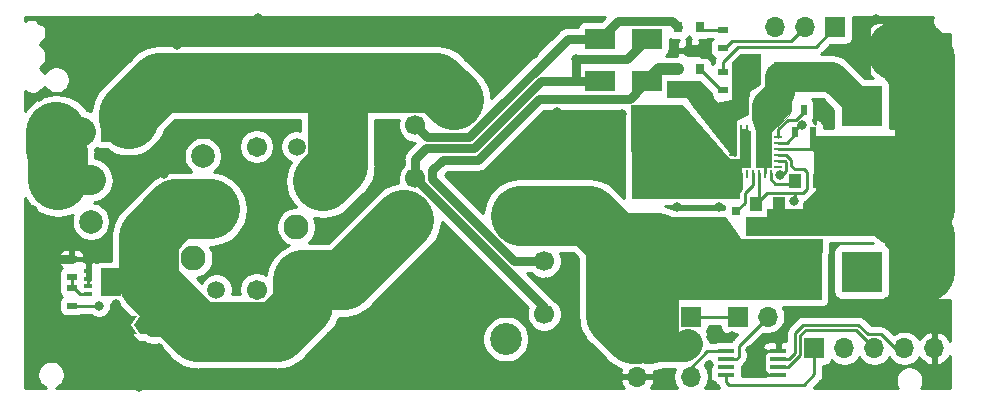
<source format=gtl>
G04 #@! TF.GenerationSoftware,KiCad,Pcbnew,(5.1.6-0-10_14)*
G04 #@! TF.CreationDate,2021-11-10T21:38:56+09:00*
G04 #@! TF.ProjectId,peltier+relay,70656c74-6965-4722-9b72-656c61792e6b,rev?*
G04 #@! TF.SameCoordinates,Original*
G04 #@! TF.FileFunction,Copper,L1,Top*
G04 #@! TF.FilePolarity,Positive*
%FSLAX46Y46*%
G04 Gerber Fmt 4.6, Leading zero omitted, Abs format (unit mm)*
G04 Created by KiCad (PCBNEW (5.1.6-0-10_14)) date 2021-11-10 21:38:56*
%MOMM*%
%LPD*%
G01*
G04 APERTURE LIST*
G04 #@! TA.AperFunction,NonConductor*
%ADD10C,0.100000*%
G04 #@! TD*
G04 #@! TA.AperFunction,EtchedComponent*
%ADD11C,0.100000*%
G04 #@! TD*
G04 #@! TA.AperFunction,ComponentPad*
%ADD12O,1.700000X1.700000*%
G04 #@! TD*
G04 #@! TA.AperFunction,ComponentPad*
%ADD13R,1.700000X1.700000*%
G04 #@! TD*
G04 #@! TA.AperFunction,SMDPad,CuDef*
%ADD14R,2.500000X1.800000*%
G04 #@! TD*
G04 #@! TA.AperFunction,ComponentPad*
%ADD15C,2.000000*%
G04 #@! TD*
G04 #@! TA.AperFunction,ComponentPad*
%ADD16R,3.500000X3.500000*%
G04 #@! TD*
G04 #@! TA.AperFunction,ComponentPad*
%ADD17C,2.700000*%
G04 #@! TD*
G04 #@! TA.AperFunction,ComponentPad*
%ADD18C,1.700000*%
G04 #@! TD*
G04 #@! TA.AperFunction,ComponentPad*
%ADD19C,2.108200*%
G04 #@! TD*
G04 #@! TA.AperFunction,ComponentPad*
%ADD20C,2.006600*%
G04 #@! TD*
G04 #@! TA.AperFunction,ComponentPad*
%ADD21C,1.701800*%
G04 #@! TD*
G04 #@! TA.AperFunction,ComponentPad*
%ADD22C,1.498600*%
G04 #@! TD*
G04 #@! TA.AperFunction,SMDPad,CuDef*
%ADD23R,4.100000X4.100000*%
G04 #@! TD*
G04 #@! TA.AperFunction,SMDPad,CuDef*
%ADD24R,0.700000X0.420000*%
G04 #@! TD*
G04 #@! TA.AperFunction,SMDPad,CuDef*
%ADD25R,0.540000X0.420000*%
G04 #@! TD*
G04 #@! TA.AperFunction,SMDPad,CuDef*
%ADD26R,0.800000X0.900000*%
G04 #@! TD*
G04 #@! TA.AperFunction,SMDPad,CuDef*
%ADD27R,1.450000X0.450000*%
G04 #@! TD*
G04 #@! TA.AperFunction,SMDPad,CuDef*
%ADD28R,1.450000X0.400000*%
G04 #@! TD*
G04 #@! TA.AperFunction,SMDPad,CuDef*
%ADD29R,1.000000X1.250000*%
G04 #@! TD*
G04 #@! TA.AperFunction,SMDPad,CuDef*
%ADD30R,0.750000X0.800000*%
G04 #@! TD*
G04 #@! TA.AperFunction,SMDPad,CuDef*
%ADD31R,0.800000X0.750000*%
G04 #@! TD*
G04 #@! TA.AperFunction,SMDPad,CuDef*
%ADD32R,1.000000X2.500000*%
G04 #@! TD*
G04 #@! TA.AperFunction,SMDPad,CuDef*
%ADD33R,0.900000X0.500000*%
G04 #@! TD*
G04 #@! TA.AperFunction,SMDPad,CuDef*
%ADD34R,0.500000X0.900000*%
G04 #@! TD*
G04 #@! TA.AperFunction,SMDPad,CuDef*
%ADD35C,0.100000*%
G04 #@! TD*
G04 #@! TA.AperFunction,SMDPad,CuDef*
%ADD36R,0.650000X0.250000*%
G04 #@! TD*
G04 #@! TA.AperFunction,SMDPad,CuDef*
%ADD37R,0.250000X0.650000*%
G04 #@! TD*
G04 #@! TA.AperFunction,ViaPad*
%ADD38C,0.800000*%
G04 #@! TD*
G04 #@! TA.AperFunction,Conductor*
%ADD39C,1.000000*%
G04 #@! TD*
G04 #@! TA.AperFunction,Conductor*
%ADD40C,0.750000*%
G04 #@! TD*
G04 #@! TA.AperFunction,Conductor*
%ADD41C,2.540000*%
G04 #@! TD*
G04 #@! TA.AperFunction,Conductor*
%ADD42C,0.250000*%
G04 #@! TD*
G04 #@! TA.AperFunction,Conductor*
%ADD43C,5.080000*%
G04 #@! TD*
G04 #@! TA.AperFunction,Conductor*
%ADD44C,0.500000*%
G04 #@! TD*
G04 #@! TA.AperFunction,Conductor*
%ADD45C,0.254000*%
G04 #@! TD*
G04 APERTURE END LIST*
D10*
G36*
X174005000Y-100890000D02*
G01*
X160230000Y-100890000D01*
X160230000Y-99340000D01*
X161960000Y-99340000D01*
X161960000Y-98670000D01*
X165170000Y-98670000D01*
X165180000Y-98220000D01*
X166100000Y-97340000D01*
X166120000Y-92510000D01*
X173995000Y-92510000D01*
X174005000Y-100890000D01*
G37*
X174005000Y-100890000D02*
X160230000Y-100890000D01*
X160230000Y-99340000D01*
X161960000Y-99340000D01*
X161960000Y-98670000D01*
X165170000Y-98670000D01*
X165180000Y-98220000D01*
X166100000Y-97340000D01*
X166120000Y-92510000D01*
X173995000Y-92510000D01*
X174005000Y-100890000D01*
G36*
X166630000Y-102320000D02*
G01*
X159560000Y-102310000D01*
X159560000Y-101220000D01*
X166630000Y-101220000D01*
X166630000Y-102320000D01*
G37*
X166630000Y-102320000D02*
X159560000Y-102310000D01*
X159560000Y-101220000D01*
X166630000Y-101220000D01*
X166630000Y-102320000D01*
G36*
X161500000Y-88170000D02*
G01*
X160580000Y-88760000D01*
X160430000Y-89770000D01*
X160430000Y-90760000D01*
X159440000Y-91290000D01*
X159440000Y-94240000D01*
X159060000Y-94240000D01*
X159010000Y-94190000D01*
X155710000Y-90030000D01*
X155250000Y-89340000D01*
X153500000Y-89340000D01*
X153500000Y-87840000D01*
X156360000Y-87840000D01*
X157300000Y-88770000D01*
X157660000Y-89690000D01*
X159070000Y-89440000D01*
X159070000Y-86380000D01*
X159700000Y-85560000D01*
X161520000Y-85560000D01*
X161500000Y-88170000D01*
G37*
G36*
X160540000Y-102220000D02*
G01*
X166640000Y-102230000D01*
X166640000Y-106400000D01*
X150520000Y-106400000D01*
X150520000Y-99370000D01*
X158520000Y-99370000D01*
X160540000Y-102220000D01*
G37*
G36*
X158830000Y-94480000D02*
G01*
X159890000Y-94480000D01*
X159900000Y-95050000D01*
X159910000Y-95450000D01*
X159710000Y-95580000D01*
X159730000Y-97820000D01*
X150520000Y-97820000D01*
X150510000Y-89860000D01*
X154850000Y-89860000D01*
X158830000Y-94480000D01*
G37*
G36*
X163860000Y-90740000D02*
G01*
X162410000Y-92140000D01*
X161040000Y-92140000D01*
X160690000Y-91080000D01*
X160690000Y-90240000D01*
X163860000Y-89810000D01*
X163860000Y-90740000D01*
G37*
X163860000Y-90740000D02*
X162410000Y-92140000D01*
X161040000Y-92140000D01*
X160690000Y-91080000D01*
X160690000Y-90240000D01*
X163860000Y-89810000D01*
X163860000Y-90740000D01*
D11*
G36*
X107330000Y-106105000D02*
G01*
X105620000Y-106105000D01*
X105620000Y-103735000D01*
X107330000Y-103735000D01*
X107330000Y-106105000D01*
G37*
G36*
X161040000Y-92140000D02*
G01*
X162380000Y-92140000D01*
X162380000Y-95240000D01*
X161040000Y-95240000D01*
X161040000Y-92140000D01*
G37*
G36*
X159700000Y-92140000D02*
G01*
X160650000Y-92140000D01*
X160650000Y-95240000D01*
X159700000Y-95240000D01*
X159700000Y-92140000D01*
G37*
D12*
X176160000Y-110500000D03*
X173620000Y-110500000D03*
X171080000Y-110500000D03*
X168540000Y-110500000D03*
D13*
X166000000Y-110500000D03*
D14*
X151860000Y-87890000D03*
X147860000Y-87890000D03*
X151860000Y-84290000D03*
X147860000Y-84290000D03*
D15*
X104750000Y-99770000D03*
X104750000Y-96270000D03*
D12*
X162050000Y-107810000D03*
D13*
X159510000Y-107810000D03*
D12*
X155560000Y-112890000D03*
X155560000Y-110350000D03*
D13*
X155560000Y-107810000D03*
D16*
X170000000Y-104000000D03*
G04 #@! TA.AperFunction,ComponentPad*
G36*
G01*
X177500000Y-103000000D02*
X177500000Y-105000000D01*
G75*
G02*
X176750000Y-105750000I-750000J0D01*
G01*
X175250000Y-105750000D01*
G75*
G02*
X174500000Y-105000000I0J750000D01*
G01*
X174500000Y-103000000D01*
G75*
G02*
X175250000Y-102250000I750000J0D01*
G01*
X176750000Y-102250000D01*
G75*
G02*
X177500000Y-103000000I0J-750000D01*
G01*
G37*
G04 #@! TD.AperFunction*
G04 #@! TA.AperFunction,ComponentPad*
G36*
G01*
X174750000Y-98425000D02*
X174750000Y-100175000D01*
G75*
G02*
X173875000Y-101050000I-875000J0D01*
G01*
X172125000Y-101050000D01*
G75*
G02*
X171250000Y-100175000I0J875000D01*
G01*
X171250000Y-98425000D01*
G75*
G02*
X172125000Y-97550000I875000J0D01*
G01*
X173875000Y-97550000D01*
G75*
G02*
X174750000Y-98425000I0J-875000D01*
G01*
G37*
G04 #@! TD.AperFunction*
G04 #@! TA.AperFunction,ComponentPad*
G36*
G01*
X174750000Y-84425000D02*
X174750000Y-86175000D01*
G75*
G02*
X173875000Y-87050000I-875000J0D01*
G01*
X172125000Y-87050000D01*
G75*
G02*
X171250000Y-86175000I0J875000D01*
G01*
X171250000Y-84425000D01*
G75*
G02*
X172125000Y-83550000I875000J0D01*
G01*
X173875000Y-83550000D01*
G75*
G02*
X174750000Y-84425000I0J-875000D01*
G01*
G37*
G04 #@! TD.AperFunction*
G04 #@! TA.AperFunction,ComponentPad*
G36*
G01*
X177500000Y-89000000D02*
X177500000Y-91000000D01*
G75*
G02*
X176750000Y-91750000I-750000J0D01*
G01*
X175250000Y-91750000D01*
G75*
G02*
X174500000Y-91000000I0J750000D01*
G01*
X174500000Y-89000000D01*
G75*
G02*
X175250000Y-88250000I750000J0D01*
G01*
X176750000Y-88250000D01*
G75*
G02*
X177500000Y-89000000I0J-750000D01*
G01*
G37*
G04 #@! TD.AperFunction*
X170000000Y-90000000D03*
D17*
X139880000Y-109710000D03*
D18*
X143130000Y-107610000D03*
X143130000Y-103110000D03*
D15*
X140780000Y-99610000D03*
D17*
X135480000Y-89510000D03*
D18*
X132230000Y-91610000D03*
X132230000Y-96110000D03*
D15*
X131280000Y-99610000D03*
D19*
X114830000Y-98720000D03*
D20*
X114230000Y-94220000D03*
D21*
X118780000Y-93420000D03*
D22*
X122180000Y-93420000D03*
D19*
X124130000Y-96070000D03*
X122130000Y-100220000D03*
D20*
X122730000Y-104720000D03*
D21*
X118780000Y-105520000D03*
D22*
X115380000Y-105520000D03*
D19*
X113430000Y-102870000D03*
D23*
X152670000Y-92070000D03*
X152670000Y-101570000D03*
D24*
X104520000Y-103945000D03*
X104520000Y-104595000D03*
X104520000Y-105245000D03*
X104520000Y-105895000D03*
D25*
X107600000Y-105895000D03*
X107600000Y-105245000D03*
X107600000Y-104595000D03*
X107600000Y-103945000D03*
D26*
X156320000Y-86890000D03*
X154420000Y-86890000D03*
X155370000Y-88890000D03*
X155370000Y-85290000D03*
X154420000Y-83290000D03*
X156320000Y-83290000D03*
D27*
X158540000Y-112740000D03*
D28*
X158540000Y-112065000D03*
X158540000Y-111415000D03*
D27*
X158540000Y-110740000D03*
X162940000Y-110740000D03*
D28*
X162940000Y-111415000D03*
X162940000Y-112065000D03*
D27*
X162940000Y-112740000D03*
D12*
X151000000Y-112890000D03*
D13*
X151000000Y-110350000D03*
D12*
X162690010Y-83330008D03*
X165230010Y-83330008D03*
D13*
X167770010Y-83330008D03*
D29*
X163050000Y-98300000D03*
X161050000Y-98300000D03*
X164400000Y-96300000D03*
X166400000Y-96300000D03*
D30*
X159390000Y-98910000D03*
X159390000Y-97410000D03*
D31*
X160090000Y-90360000D03*
X161590000Y-90360000D03*
D32*
X160090000Y-87510000D03*
X163090000Y-87510000D03*
D33*
X103130000Y-106890000D03*
X103130000Y-105390000D03*
D34*
X165090000Y-90310000D03*
X163590000Y-90310000D03*
X164400000Y-92150000D03*
X165900000Y-92150000D03*
D33*
X158240000Y-88640000D03*
X158240000Y-87140000D03*
X103130000Y-104440000D03*
X103130000Y-102940000D03*
X158240000Y-85040000D03*
X158240000Y-83540000D03*
D12*
X103940000Y-92160000D03*
D13*
X106480000Y-92160000D03*
D30*
X161790000Y-100250000D03*
X161790000Y-101750000D03*
X165165001Y-101750000D03*
X165165001Y-100250000D03*
G04 #@! TA.AperFunction,SMDPad,CuDef*
D35*
G36*
X107465000Y-107800000D02*
G01*
X108615000Y-107800000D01*
X108115000Y-108550000D01*
X108615000Y-109300000D01*
X107465000Y-109300000D01*
X107465000Y-107800000D01*
G37*
G04 #@! TD.AperFunction*
G04 #@! TA.AperFunction,SMDPad,CuDef*
G36*
X108415000Y-108550000D02*
G01*
X108915000Y-107800000D01*
X109915000Y-107800000D01*
X109915000Y-109300000D01*
X108915000Y-109300000D01*
X108415000Y-108550000D01*
G37*
G04 #@! TD.AperFunction*
D36*
X162960000Y-95110000D03*
X162960000Y-94610000D03*
X162960000Y-94110000D03*
X162960000Y-93610000D03*
X162960000Y-93110000D03*
X162960000Y-92610000D03*
D37*
X162290000Y-91940000D03*
X161790000Y-91940000D03*
X161290000Y-91940000D03*
X160290000Y-91940000D03*
X159790000Y-91940000D03*
D36*
X159120000Y-92610000D03*
X159120000Y-93110000D03*
X159120000Y-93610000D03*
X159120000Y-94110000D03*
X159120000Y-94610000D03*
X159120000Y-95110000D03*
D37*
X159790000Y-95780000D03*
X160290000Y-95780000D03*
X160790000Y-95780000D03*
X161290000Y-95780000D03*
X161790000Y-95780000D03*
X162290000Y-95780000D03*
D38*
X145860000Y-86010000D03*
X162940000Y-109790000D03*
X156330000Y-85280000D03*
X156330000Y-88890000D03*
X102000000Y-102960000D03*
X100560000Y-82780000D03*
X100320000Y-89240000D03*
X105600000Y-82780000D03*
X104380000Y-89450000D03*
X103020000Y-85450000D03*
X106600000Y-87090000D03*
X109790000Y-82830000D03*
X112080000Y-84800000D03*
X118890000Y-82520000D03*
X116290000Y-84600000D03*
X111030000Y-93030000D03*
X110980000Y-95700000D03*
X108100000Y-97470000D03*
X107160000Y-96010000D03*
X109120000Y-95290000D03*
X105930000Y-93930000D03*
X99850000Y-98750000D03*
X101000000Y-100790000D03*
X99700000Y-103110000D03*
X100720000Y-106740000D03*
X99730000Y-113490000D03*
X99840000Y-110160000D03*
X104200000Y-113500000D03*
X102790000Y-110840000D03*
X104870000Y-108190000D03*
X106860000Y-106770000D03*
X110540000Y-110500000D03*
X106740000Y-110780000D03*
X108860000Y-113750000D03*
X114140000Y-113350000D03*
X119600000Y-113240000D03*
X126430000Y-113440000D03*
X133750000Y-113310000D03*
X140290000Y-113430000D03*
X143220000Y-109430000D03*
X147050000Y-113480000D03*
X144570000Y-111620000D03*
X147250000Y-111090000D03*
X153520000Y-112660000D03*
X145500000Y-107350000D03*
X140410000Y-106440000D03*
X143250000Y-104880000D03*
X145500000Y-102800000D03*
X135470000Y-95960000D03*
X137250000Y-97520000D03*
X130760000Y-94770000D03*
X127200000Y-98610000D03*
X121050000Y-95590000D03*
X118520000Y-97210000D03*
X117820000Y-103820000D03*
X119650000Y-102980000D03*
X118600000Y-100710000D03*
X140150000Y-83400000D03*
X142300000Y-85570000D03*
X144330000Y-83380000D03*
X144210000Y-90500000D03*
X144110000Y-95780000D03*
X149710000Y-90620000D03*
X149580000Y-96860000D03*
X146820000Y-93190000D03*
X154410000Y-98570000D03*
X157940000Y-98570000D03*
X166470000Y-89780000D03*
X158970000Y-89980000D03*
X157980000Y-91270000D03*
X158440000Y-92410000D03*
X171250000Y-82610000D03*
X169750000Y-86350000D03*
X176270000Y-86610000D03*
X173370000Y-88090000D03*
X168020000Y-85420000D03*
X173770000Y-92620000D03*
X177190000Y-95070000D03*
X175890000Y-98400000D03*
X177200000Y-101220000D03*
X173640000Y-102300000D03*
X168000000Y-106730000D03*
X171000000Y-108130000D03*
X172920000Y-106140000D03*
X174980000Y-109190000D03*
X177060000Y-107420000D03*
X176300000Y-112870000D03*
X171380000Y-113310000D03*
X167370000Y-113370000D03*
X160530000Y-110620000D03*
X159000000Y-109470000D03*
X157230000Y-109510000D03*
X157440000Y-113610000D03*
X157070000Y-111870000D03*
X164250000Y-98000000D03*
X105430000Y-106890000D03*
X164995121Y-91630184D03*
X163125000Y-95835002D03*
D39*
X152860000Y-86890000D02*
X151860000Y-87890000D01*
X154420000Y-86890000D02*
X152860000Y-86890000D01*
D40*
X150384999Y-89365001D02*
X151860000Y-87890000D01*
X142717320Y-89365001D02*
X150384999Y-89365001D01*
X137557293Y-94525029D02*
X142717320Y-89365001D01*
X133655001Y-95425999D02*
X134555971Y-94525029D01*
X133655001Y-96191485D02*
X133655001Y-95425999D01*
X134555971Y-94525029D02*
X137557293Y-94525029D01*
X140573516Y-103110000D02*
X133655001Y-96191485D01*
X143130000Y-103110000D02*
X140573516Y-103110000D01*
D41*
X167510000Y-87510000D02*
X163090000Y-87510000D01*
X170000000Y-90000000D02*
X167510000Y-87510000D01*
X161960001Y-89989999D02*
X161960001Y-90360000D01*
X163090000Y-88860000D02*
X161960001Y-89989999D01*
X163090000Y-87510000D02*
X163090000Y-88860000D01*
D39*
X163590000Y-89360000D02*
X163090000Y-88860000D01*
X163590000Y-90310000D02*
X163590000Y-89360000D01*
D42*
X161590000Y-90360000D02*
X161960001Y-89989999D01*
X161790000Y-90160000D02*
X161960001Y-89989999D01*
X161790000Y-92040000D02*
X161790000Y-90160000D01*
X161790000Y-95680000D02*
X161790000Y-92040000D01*
D40*
X143130000Y-107010000D02*
X143130000Y-107610000D01*
X132230000Y-96110000D02*
X143130000Y-107010000D01*
X145860000Y-87890000D02*
X145860000Y-86010000D01*
X151860000Y-84290000D02*
X151750000Y-84290000D01*
X145860000Y-87890000D02*
X142848804Y-87890000D01*
X142848804Y-87890000D02*
X137163786Y-93575019D01*
X137163786Y-93575019D02*
X133134981Y-93575019D01*
X132230000Y-94480000D02*
X132230000Y-96110000D01*
X133134981Y-93575019D02*
X132230000Y-94480000D01*
D42*
X161290000Y-92040000D02*
X161790000Y-92040000D01*
X161790000Y-92040000D02*
X162290000Y-92040000D01*
D40*
X150140000Y-86010000D02*
X151860000Y-84290000D01*
X145860000Y-86010000D02*
X150140000Y-86010000D01*
X147860000Y-87890000D02*
X145860000Y-87890000D01*
X153944999Y-82814999D02*
X154420000Y-83290000D01*
X149335001Y-82814999D02*
X153944999Y-82814999D01*
X147860000Y-84290000D02*
X149335001Y-82814999D01*
X136770279Y-92625009D02*
X133245009Y-92625009D01*
X145105288Y-84290000D02*
X136770279Y-92625009D01*
X133245009Y-92625009D02*
X132230000Y-91610000D01*
X145860000Y-84290000D02*
X145105288Y-84290000D01*
X145860000Y-84290000D02*
X147860000Y-84290000D01*
D43*
X133989999Y-88019999D02*
X130506799Y-88019999D01*
X135480000Y-89510000D02*
X133989999Y-88019999D01*
X107950010Y-90639990D02*
X107950010Y-91060000D01*
X110570001Y-88019999D02*
X107950010Y-90639990D01*
X125669301Y-95094865D02*
X125669301Y-88259299D01*
X125669301Y-88259299D02*
X125430001Y-88019999D01*
X125430001Y-88019999D02*
X110570001Y-88019999D01*
X124412083Y-96352083D02*
X125669301Y-95094865D01*
X130506799Y-88019999D02*
X125430001Y-88019999D01*
D42*
X155560000Y-107810000D02*
X159510000Y-107810000D01*
X161805001Y-102844999D02*
X161790000Y-102860000D01*
X165165001Y-102844999D02*
X161805001Y-102844999D01*
X153960000Y-102860000D02*
X152670000Y-101570000D01*
X161790000Y-102860000D02*
X153960000Y-102860000D01*
X154384999Y-103284999D02*
X152670000Y-101570000D01*
X154384999Y-109174999D02*
X154384999Y-103284999D01*
X155560000Y-110350000D02*
X154384999Y-109174999D01*
X155560000Y-110350000D02*
X151000000Y-110350000D01*
D43*
X152670000Y-101570000D02*
X149200000Y-101570000D01*
X146890598Y-99260598D02*
X143129402Y-99260598D01*
X149200000Y-101570000D02*
X146890598Y-99260598D01*
X150729999Y-109299999D02*
X151000000Y-109299999D01*
X149200000Y-107770000D02*
X150729999Y-109299999D01*
X149200000Y-101570000D02*
X149200000Y-107770000D01*
X152670000Y-101570000D02*
X151969999Y-102270001D01*
X151969999Y-102270001D02*
X151969999Y-109299999D01*
D41*
X155084316Y-110350000D02*
X155304315Y-110130001D01*
X151000000Y-110350000D02*
X155084316Y-110350000D01*
D43*
X143129402Y-99260598D02*
X141129402Y-99260598D01*
D42*
X161790000Y-101750000D02*
X161790000Y-102860000D01*
X165165001Y-101750000D02*
X165165001Y-102844999D01*
X155560000Y-112890000D02*
X155560000Y-112130000D01*
X156950000Y-110740000D02*
X158540000Y-110740000D01*
X155560000Y-112130000D02*
X156950000Y-110740000D01*
X162104998Y-112740000D02*
X161710000Y-112345002D01*
X162940000Y-112740000D02*
X162104998Y-112740000D01*
X161710000Y-110995000D02*
X161965000Y-110740000D01*
X161965000Y-110740000D02*
X162940000Y-110740000D01*
X161710000Y-112345002D02*
X161710000Y-110995000D01*
X162940000Y-110740000D02*
X162940000Y-109790000D01*
D43*
X175380990Y-100948988D02*
X175380990Y-104000000D01*
X173732002Y-99300000D02*
X175380990Y-100948988D01*
X173000000Y-99300000D02*
X173732002Y-99300000D01*
X174780000Y-99300000D02*
X173000000Y-99300000D01*
X175380990Y-85930990D02*
X175380990Y-98699010D01*
X174750000Y-85300000D02*
X175380990Y-85930990D01*
X175380990Y-98699010D02*
X174780000Y-99300000D01*
X173000000Y-85300000D02*
X174750000Y-85300000D01*
D42*
X159220000Y-92610000D02*
X159220000Y-93110000D01*
X159220000Y-93110000D02*
X159220000Y-93610000D01*
X159220000Y-93610000D02*
X159220000Y-94110000D01*
X160090000Y-87510000D02*
X160090000Y-90360000D01*
X159220000Y-91230000D02*
X159220000Y-92610000D01*
X160090000Y-90360000D02*
X159220000Y-91230000D01*
D39*
X156320000Y-85290000D02*
X156330000Y-85280000D01*
X155370000Y-85290000D02*
X156320000Y-85290000D01*
X156330000Y-88890000D02*
X155370000Y-88890000D01*
X157800000Y-90360000D02*
X159989991Y-90360000D01*
X156330000Y-88890000D02*
X157800000Y-90360000D01*
D42*
X103130000Y-102940000D02*
X104260000Y-102940000D01*
X104520000Y-103200000D02*
X104520000Y-103945000D01*
X104260000Y-102940000D02*
X104520000Y-103200000D01*
X104520000Y-103945000D02*
X104520000Y-104595000D01*
X104520000Y-104595000D02*
X104520000Y-105245000D01*
D40*
X102020000Y-102940000D02*
X102000000Y-102960000D01*
X103130000Y-102940000D02*
X102020000Y-102940000D01*
D42*
X159319991Y-94030009D02*
X159319992Y-91873598D01*
X159240000Y-94110000D02*
X159319991Y-94030009D01*
X159220000Y-94110000D02*
X159240000Y-94110000D01*
X163050000Y-98300000D02*
X163050000Y-98600000D01*
X166400000Y-96300000D02*
X166400000Y-97000000D01*
X166400000Y-97000000D02*
X165165001Y-98234999D01*
X163050000Y-98420000D02*
X163050000Y-98300000D01*
X163930000Y-99300000D02*
X163050000Y-98420000D01*
X165165001Y-98234999D02*
X165165001Y-100250000D01*
X161790000Y-100250000D02*
X161790000Y-99790000D01*
X163050000Y-98530000D02*
X163050000Y-98300000D01*
X161790000Y-99790000D02*
X163050000Y-98530000D01*
X105230000Y-108550000D02*
X104870000Y-108190000D01*
X107965000Y-108550000D02*
X105230000Y-108550000D01*
X166090000Y-95990000D02*
X166400000Y-96300000D01*
X166090000Y-93510000D02*
X166090000Y-95990000D01*
X165990000Y-93610000D02*
X166090000Y-93510000D01*
X162960000Y-93610000D02*
X165990000Y-93610000D01*
X165900000Y-93320000D02*
X166090000Y-93510000D01*
X165900000Y-92150000D02*
X165900000Y-93320000D01*
D44*
X165900000Y-92150000D02*
X165900000Y-93450000D01*
X165900000Y-93450000D02*
X166340000Y-93890000D01*
X166340000Y-96240000D02*
X166400000Y-96300000D01*
X166340000Y-93890000D02*
X166340000Y-96240000D01*
X164910000Y-100250000D02*
X163960000Y-99300000D01*
X165165001Y-100250000D02*
X164910000Y-100250000D01*
D42*
X163960000Y-99300000D02*
X163930000Y-99300000D01*
X173000000Y-99300000D02*
X163960000Y-99300000D01*
X171644001Y-109324999D02*
X172819002Y-110500000D01*
X170541409Y-109324999D02*
X171644001Y-109324999D01*
X169716401Y-108499991D02*
X170541409Y-109324999D01*
X164374989Y-110853603D02*
X164374990Y-109203598D01*
X165078598Y-108499990D02*
X169716401Y-108499991D01*
X164374990Y-109203598D02*
X165078598Y-108499990D01*
X163813592Y-111415000D02*
X164374989Y-110853603D01*
X172819002Y-110500000D02*
X173620000Y-110500000D01*
X162940000Y-111415000D02*
X163813592Y-111415000D01*
X164824999Y-109389999D02*
X165264998Y-108950000D01*
X164824999Y-111040003D02*
X164824999Y-109389999D01*
X163800002Y-112065000D02*
X164824999Y-111040003D01*
X162940000Y-112065000D02*
X163800002Y-112065000D01*
X169530000Y-108950000D02*
X171080000Y-110500000D01*
X165264998Y-108950000D02*
X169530000Y-108950000D01*
X158540000Y-112740000D02*
X158540000Y-113390000D01*
X158540000Y-113390000D02*
X158750000Y-113600000D01*
X158750000Y-113600000D02*
X165100000Y-113600000D01*
X166000000Y-112700000D02*
X166000000Y-110500000D01*
X165100000Y-113600000D02*
X166000000Y-112700000D01*
X161290000Y-98060000D02*
X161290000Y-95680000D01*
X161050000Y-98300000D02*
X161290000Y-98060000D01*
X162000001Y-97349999D02*
X161050000Y-98300000D01*
X164400001Y-97849999D02*
X164250000Y-98000000D01*
X164400001Y-97349999D02*
X164400001Y-97849999D01*
X164400001Y-97349999D02*
X162000001Y-97349999D01*
X165160001Y-95349999D02*
X165400000Y-95589998D01*
X165400000Y-95589998D02*
X165400000Y-97010002D01*
X165400000Y-97010002D02*
X165060003Y-97349999D01*
X165060003Y-97349999D02*
X164400001Y-97349999D01*
X164060011Y-94538599D02*
X164060011Y-95060000D01*
X163631412Y-94110000D02*
X164060011Y-94538599D01*
X162960000Y-94110000D02*
X163631412Y-94110000D01*
X164350010Y-95349999D02*
X165160001Y-95349999D01*
X164060011Y-95060000D02*
X164350010Y-95349999D01*
D43*
X126170000Y-104720000D02*
X122730000Y-104720000D01*
X131280000Y-99610000D02*
X126170000Y-104720000D01*
X122730000Y-106884534D02*
X122730000Y-104720000D01*
X114830000Y-98720000D02*
X111964730Y-98720000D01*
X120503633Y-109110901D02*
X122730000Y-106884534D01*
X113806735Y-109110901D02*
X120503633Y-109110901D01*
X109635899Y-101048831D02*
X109635899Y-104940065D01*
X111964730Y-98720000D02*
X109635899Y-101048831D01*
D42*
X113245834Y-108550000D02*
X113806735Y-109110901D01*
X109415000Y-108550000D02*
X113245834Y-108550000D01*
D39*
X109415000Y-108550000D02*
X109915000Y-109050000D01*
X109915000Y-109050000D02*
X110910000Y-109050000D01*
D43*
X112327917Y-107632083D02*
X113806735Y-109110901D01*
D39*
X110910000Y-109050000D02*
X112327917Y-107632083D01*
D43*
X109635899Y-104940065D02*
X112327917Y-107632083D01*
D42*
X103130000Y-105390000D02*
X103330000Y-105390000D01*
X103835000Y-105895000D02*
X104520000Y-105895000D01*
X103330000Y-105390000D02*
X103835000Y-105895000D01*
X103130000Y-105390000D02*
X103130000Y-104440000D01*
X158070000Y-88640000D02*
X156320000Y-86890000D01*
X158240000Y-88640000D02*
X158070000Y-88640000D01*
X156570000Y-83540000D02*
X156320000Y-83290000D01*
X158240000Y-83540000D02*
X156570000Y-83540000D01*
X103120000Y-106880000D02*
X103130000Y-106890000D01*
X105430000Y-106890000D02*
X103130000Y-106890000D01*
X167770010Y-83330008D02*
X166144999Y-84955019D01*
X166144999Y-84955019D02*
X159534981Y-84955019D01*
X158240000Y-86250000D02*
X158240000Y-87140000D01*
X159534981Y-84955019D02*
X158240000Y-86250000D01*
X164055009Y-84505009D02*
X158994991Y-84505009D01*
X165230010Y-83330008D02*
X164055009Y-84505009D01*
X158460000Y-85040000D02*
X158240000Y-85040000D01*
X158994991Y-84505009D02*
X158460000Y-85040000D01*
X162960000Y-92610000D02*
X162960000Y-91970000D01*
X163794990Y-91135010D02*
X164464990Y-91135010D01*
X162960000Y-91970000D02*
X163794990Y-91135010D01*
X165090000Y-90510000D02*
X165090000Y-90310000D01*
X164464990Y-91135010D02*
X165090000Y-90510000D01*
X160090001Y-97346409D02*
X160090001Y-98209999D01*
X160090001Y-98209999D02*
X159390000Y-98910000D01*
X160780000Y-96656410D02*
X160090001Y-97346409D01*
X160780000Y-95690000D02*
X160780000Y-96656410D01*
X160790000Y-95680000D02*
X160780000Y-95690000D01*
X164139997Y-96560003D02*
X164400000Y-96300000D01*
X162695003Y-96560003D02*
X164139997Y-96560003D01*
X162290000Y-96155000D02*
X162695003Y-96560003D01*
X162290000Y-95680000D02*
X162290000Y-96155000D01*
D41*
X103940000Y-92160000D02*
X101830000Y-92160000D01*
X104750000Y-96270000D02*
X101960000Y-96270000D01*
D43*
X101960000Y-93850000D02*
X101830000Y-93720000D01*
X101830000Y-93720000D02*
X101830000Y-92160000D01*
X101960000Y-96270000D02*
X101960000Y-93850000D01*
D42*
X159790000Y-97010000D02*
X159390000Y-97410000D01*
X159790000Y-95680000D02*
X159790000Y-97010000D01*
X159790000Y-92040000D02*
X160290000Y-92040000D01*
X159220000Y-94610000D02*
X159220000Y-95110000D01*
X159220000Y-95110000D02*
X159790000Y-95680000D01*
X159220000Y-94610000D02*
X159910000Y-94610000D01*
X159770001Y-92059999D02*
X159790000Y-92040000D01*
X159770001Y-94470001D02*
X159770001Y-92059999D01*
X159910000Y-94610000D02*
X159770001Y-94470001D01*
X155210000Y-94610000D02*
X152670000Y-92070000D01*
X159220000Y-94610000D02*
X155210000Y-94610000D01*
X162050000Y-107810000D02*
X159590001Y-110269999D01*
X159590001Y-110269999D02*
X159590001Y-111219999D01*
X159395000Y-111415000D02*
X158540000Y-111415000D01*
X159590001Y-111219999D02*
X159395000Y-111415000D01*
X164400000Y-92150000D02*
X164400000Y-91980000D01*
X164749816Y-91630184D02*
X164995121Y-91630184D01*
X164400000Y-91980000D02*
X164749816Y-91630184D01*
X162960000Y-93110000D02*
X163650000Y-93110000D01*
X164400000Y-92360000D02*
X164400000Y-92150000D01*
X163650000Y-93110000D02*
X164400000Y-92360000D01*
X163270000Y-95835002D02*
X163125000Y-95835002D01*
X163610001Y-94724999D02*
X163610001Y-95495001D01*
X163495002Y-94610000D02*
X163610001Y-94724999D01*
X163610001Y-95495001D02*
X163270000Y-95835002D01*
X162960000Y-94610000D02*
X163495002Y-94610000D01*
D45*
G36*
X122494301Y-92071099D02*
G01*
X122316342Y-92035700D01*
X122043658Y-92035700D01*
X121776215Y-92088898D01*
X121524288Y-92193249D01*
X121297560Y-92344744D01*
X121104744Y-92537560D01*
X120953249Y-92764288D01*
X120848898Y-93016215D01*
X120795700Y-93283658D01*
X120795700Y-93556342D01*
X120848898Y-93823785D01*
X120953249Y-94075712D01*
X121104744Y-94302440D01*
X121297560Y-94495256D01*
X121524288Y-94646751D01*
X121687396Y-94714312D01*
X121464573Y-95131185D01*
X121283024Y-95729675D01*
X121221721Y-96352083D01*
X121283024Y-96974491D01*
X121464573Y-97572981D01*
X121759394Y-98124552D01*
X122092875Y-98530900D01*
X121963638Y-98530900D01*
X121637308Y-98595811D01*
X121329911Y-98723139D01*
X121053261Y-98907990D01*
X120817990Y-99143261D01*
X120633139Y-99419911D01*
X120505811Y-99727308D01*
X120440900Y-100053638D01*
X120440900Y-100386362D01*
X120505811Y-100712692D01*
X120633139Y-101020089D01*
X120817990Y-101296739D01*
X121053261Y-101532010D01*
X121329911Y-101716861D01*
X121489502Y-101782966D01*
X120957530Y-102067311D01*
X120474073Y-102464073D01*
X120077311Y-102947530D01*
X119844229Y-103383596D01*
X119782490Y-103499101D01*
X119600940Y-104097591D01*
X119583949Y-104270104D01*
X119483838Y-104203212D01*
X119213421Y-104091202D01*
X118926348Y-104034100D01*
X118633652Y-104034100D01*
X118346579Y-104091202D01*
X118076162Y-104203212D01*
X117832794Y-104365826D01*
X117625826Y-104572794D01*
X117463212Y-104816162D01*
X117351202Y-105086579D01*
X117294100Y-105373652D01*
X117294100Y-105666348D01*
X117347717Y-105935901D01*
X116706083Y-105935901D01*
X116711102Y-105923785D01*
X116764300Y-105656342D01*
X116764300Y-105383658D01*
X116711102Y-105116215D01*
X116606751Y-104864288D01*
X116455256Y-104637560D01*
X116262440Y-104444744D01*
X116035712Y-104293249D01*
X115783785Y-104188898D01*
X115516342Y-104135700D01*
X115243658Y-104135700D01*
X114976215Y-104188898D01*
X114724288Y-104293249D01*
X114497560Y-104444744D01*
X114304744Y-104637560D01*
X114153249Y-104864288D01*
X114123081Y-104937120D01*
X113720391Y-104534429D01*
X113922692Y-104494189D01*
X114230089Y-104366861D01*
X114506739Y-104182010D01*
X114742010Y-103946739D01*
X114926861Y-103670089D01*
X115054189Y-103362692D01*
X115119100Y-103036362D01*
X115119100Y-102703638D01*
X115054189Y-102377308D01*
X114926861Y-102069911D01*
X114809990Y-101895000D01*
X114985973Y-101895000D01*
X115452409Y-101849060D01*
X116050899Y-101667510D01*
X116602470Y-101372689D01*
X117085927Y-100975927D01*
X117482689Y-100492470D01*
X117777510Y-99940899D01*
X117959060Y-99342409D01*
X118020362Y-98720000D01*
X117959060Y-98097591D01*
X117777510Y-97499101D01*
X117482689Y-96947530D01*
X117085927Y-96464073D01*
X116602470Y-96067311D01*
X116050899Y-95772490D01*
X115452409Y-95590940D01*
X115168896Y-95563016D01*
X115274355Y-95492551D01*
X115502551Y-95264355D01*
X115681843Y-94996026D01*
X115805341Y-94697874D01*
X115868300Y-94381358D01*
X115868300Y-94058642D01*
X115805341Y-93742126D01*
X115681843Y-93443974D01*
X115568038Y-93273652D01*
X117294100Y-93273652D01*
X117294100Y-93566348D01*
X117351202Y-93853421D01*
X117463212Y-94123838D01*
X117625826Y-94367206D01*
X117832794Y-94574174D01*
X118076162Y-94736788D01*
X118346579Y-94848798D01*
X118633652Y-94905900D01*
X118926348Y-94905900D01*
X119213421Y-94848798D01*
X119483838Y-94736788D01*
X119727206Y-94574174D01*
X119934174Y-94367206D01*
X120096788Y-94123838D01*
X120208798Y-93853421D01*
X120265900Y-93566348D01*
X120265900Y-93273652D01*
X120208798Y-92986579D01*
X120096788Y-92716162D01*
X119934174Y-92472794D01*
X119727206Y-92265826D01*
X119483838Y-92103212D01*
X119213421Y-91991202D01*
X118926348Y-91934100D01*
X118633652Y-91934100D01*
X118346579Y-91991202D01*
X118076162Y-92103212D01*
X117832794Y-92265826D01*
X117625826Y-92472794D01*
X117463212Y-92716162D01*
X117351202Y-92986579D01*
X117294100Y-93273652D01*
X115568038Y-93273652D01*
X115502551Y-93175645D01*
X115274355Y-92947449D01*
X115006026Y-92768157D01*
X114707874Y-92644659D01*
X114391358Y-92581700D01*
X114068642Y-92581700D01*
X113752126Y-92644659D01*
X113453974Y-92768157D01*
X113185645Y-92947449D01*
X112957449Y-93175645D01*
X112778157Y-93443974D01*
X112654659Y-93742126D01*
X112591700Y-94058642D01*
X112591700Y-94381358D01*
X112654659Y-94697874D01*
X112778157Y-94996026D01*
X112957449Y-95264355D01*
X113185645Y-95492551D01*
X113264140Y-95545000D01*
X112120699Y-95545000D01*
X111964729Y-95529638D01*
X111808759Y-95545000D01*
X111808757Y-95545000D01*
X111342321Y-95590940D01*
X110743831Y-95772490D01*
X110192260Y-96067311D01*
X109708803Y-96464073D01*
X109609373Y-96585229D01*
X107501133Y-98693470D01*
X107379972Y-98792904D01*
X106983210Y-99276362D01*
X106688389Y-99827933D01*
X106506839Y-100426423D01*
X106466014Y-100840927D01*
X106445537Y-101048831D01*
X106460899Y-101204802D01*
X106460900Y-103100000D01*
X105620000Y-103100000D01*
X105560495Y-103105834D01*
X105501013Y-103111248D01*
X105498882Y-103111875D01*
X105496661Y-103112093D01*
X105439379Y-103129388D01*
X105382125Y-103146238D01*
X105380153Y-103147269D01*
X105378020Y-103147913D01*
X105325219Y-103175988D01*
X105272297Y-103203655D01*
X105270563Y-103205049D01*
X105268596Y-103206095D01*
X105246997Y-103223711D01*
X105211780Y-103196184D01*
X105100095Y-103139859D01*
X104979567Y-103106406D01*
X104854829Y-103097108D01*
X104805750Y-103100000D01*
X104647000Y-103258750D01*
X104647000Y-103862000D01*
X104667000Y-103862000D01*
X104667000Y-103888750D01*
X104647000Y-103908750D01*
X104647000Y-104742000D01*
X104393000Y-104742000D01*
X104393000Y-103908750D01*
X104373000Y-103888750D01*
X104373000Y-103862000D01*
X104393000Y-103862000D01*
X104393000Y-103258750D01*
X104234250Y-103100000D01*
X104185171Y-103097108D01*
X104096935Y-103103685D01*
X104056250Y-103063000D01*
X103257000Y-103063000D01*
X103257000Y-103087000D01*
X103003000Y-103087000D01*
X103003000Y-103063000D01*
X102203750Y-103063000D01*
X102045000Y-103221750D01*
X102056896Y-103327397D01*
X102095674Y-103446318D01*
X102156907Y-103555389D01*
X102238242Y-103650419D01*
X102288425Y-103689895D01*
X102228815Y-103738815D01*
X102149463Y-103835506D01*
X102090498Y-103945820D01*
X102054188Y-104065518D01*
X102041928Y-104190000D01*
X102041928Y-104690000D01*
X102054188Y-104814482D01*
X102084680Y-104915000D01*
X102054188Y-105015518D01*
X102041928Y-105140000D01*
X102041928Y-105640000D01*
X102054188Y-105764482D01*
X102090498Y-105884180D01*
X102149463Y-105994494D01*
X102228815Y-106091185D01*
X102288296Y-106140000D01*
X102228815Y-106188815D01*
X102149463Y-106285506D01*
X102090498Y-106395820D01*
X102054188Y-106515518D01*
X102041928Y-106640000D01*
X102041928Y-107140000D01*
X102054188Y-107264482D01*
X102090498Y-107384180D01*
X102149463Y-107494494D01*
X102228815Y-107591185D01*
X102325506Y-107670537D01*
X102435820Y-107729502D01*
X102555518Y-107765812D01*
X102680000Y-107778072D01*
X103580000Y-107778072D01*
X103704482Y-107765812D01*
X103824180Y-107729502D01*
X103934494Y-107670537D01*
X103959518Y-107650000D01*
X104726289Y-107650000D01*
X104770226Y-107693937D01*
X104939744Y-107807205D01*
X105128102Y-107885226D01*
X105328061Y-107925000D01*
X105531939Y-107925000D01*
X105731898Y-107885226D01*
X105920256Y-107807205D01*
X106089774Y-107693937D01*
X106233937Y-107549774D01*
X106347205Y-107380256D01*
X106425226Y-107191898D01*
X106465000Y-106991939D01*
X106465000Y-106788061D01*
X106455440Y-106740000D01*
X107005751Y-106740000D01*
X107015110Y-106751404D01*
X107379973Y-107195992D01*
X107501128Y-107295421D01*
X108091162Y-107885456D01*
X107884092Y-108196061D01*
X107825754Y-108305204D01*
X107789319Y-108424864D01*
X107776928Y-108549333D01*
X107789059Y-108673827D01*
X107825243Y-108793563D01*
X107884092Y-108903939D01*
X108384092Y-109653939D01*
X108463815Y-109751185D01*
X108560506Y-109830537D01*
X108670820Y-109889502D01*
X108790518Y-109925812D01*
X108915000Y-109938072D01*
X109208009Y-109938072D01*
X109281377Y-109998284D01*
X109478553Y-110103676D01*
X109692501Y-110168577D01*
X109769910Y-110176201D01*
X109915000Y-110190491D01*
X109970752Y-110185000D01*
X110390707Y-110185000D01*
X111451374Y-111245667D01*
X111550808Y-111366828D01*
X112034265Y-111763590D01*
X112585836Y-112058411D01*
X113184326Y-112239961D01*
X113650762Y-112285901D01*
X113650764Y-112285901D01*
X113806734Y-112301263D01*
X113962704Y-112285901D01*
X120347663Y-112285901D01*
X120503633Y-112301263D01*
X120659603Y-112285901D01*
X120659606Y-112285901D01*
X121126042Y-112239961D01*
X121724532Y-112058411D01*
X122276103Y-111763590D01*
X122759560Y-111366828D01*
X122858994Y-111245667D01*
X124590166Y-109514495D01*
X137895000Y-109514495D01*
X137895000Y-109905505D01*
X137971282Y-110289003D01*
X138120915Y-110650250D01*
X138338149Y-110975364D01*
X138614636Y-111251851D01*
X138939750Y-111469085D01*
X139300997Y-111618718D01*
X139684495Y-111695000D01*
X140075505Y-111695000D01*
X140459003Y-111618718D01*
X140820250Y-111469085D01*
X141145364Y-111251851D01*
X141421851Y-110975364D01*
X141639085Y-110650250D01*
X141788718Y-110289003D01*
X141865000Y-109905505D01*
X141865000Y-109514495D01*
X141788718Y-109130997D01*
X141639085Y-108769750D01*
X141421851Y-108444636D01*
X141145364Y-108168149D01*
X140820250Y-107950915D01*
X140459003Y-107801282D01*
X140075505Y-107725000D01*
X139684495Y-107725000D01*
X139300997Y-107801282D01*
X138939750Y-107950915D01*
X138614636Y-108168149D01*
X138338149Y-108444636D01*
X138120915Y-108769750D01*
X137971282Y-109130997D01*
X137895000Y-109514495D01*
X124590166Y-109514495D01*
X124864772Y-109239890D01*
X124985927Y-109140461D01*
X125382689Y-108657004D01*
X125677510Y-108105433D01*
X125741344Y-107895000D01*
X126014030Y-107895000D01*
X126170000Y-107910362D01*
X126325970Y-107895000D01*
X126325973Y-107895000D01*
X126792409Y-107849060D01*
X127390899Y-107667510D01*
X127942470Y-107372689D01*
X128425927Y-106975927D01*
X128525361Y-106854766D01*
X133635353Y-101744775D01*
X133932688Y-101382471D01*
X134227510Y-100830899D01*
X134409059Y-100232410D01*
X134455235Y-99763590D01*
X141750811Y-107059167D01*
X141702068Y-107176842D01*
X141645000Y-107463740D01*
X141645000Y-107756260D01*
X141702068Y-108043158D01*
X141814010Y-108313411D01*
X141976525Y-108556632D01*
X142183368Y-108763475D01*
X142426589Y-108925990D01*
X142696842Y-109037932D01*
X142983740Y-109095000D01*
X143276260Y-109095000D01*
X143563158Y-109037932D01*
X143833411Y-108925990D01*
X144076632Y-108763475D01*
X144283475Y-108556632D01*
X144445990Y-108313411D01*
X144557932Y-108043158D01*
X144615000Y-107756260D01*
X144615000Y-107463740D01*
X144557932Y-107176842D01*
X144445990Y-106906589D01*
X144283475Y-106663368D01*
X144076632Y-106456525D01*
X143867886Y-106317045D01*
X143847633Y-106292367D01*
X143809100Y-106260744D01*
X141668356Y-104120000D01*
X142039893Y-104120000D01*
X142183368Y-104263475D01*
X142426589Y-104425990D01*
X142696842Y-104537932D01*
X142983740Y-104595000D01*
X143276260Y-104595000D01*
X143563158Y-104537932D01*
X143833411Y-104425990D01*
X144076632Y-104263475D01*
X144283475Y-104056632D01*
X144445990Y-103813411D01*
X144557932Y-103543158D01*
X144615000Y-103256260D01*
X144615000Y-102963740D01*
X144557932Y-102676842D01*
X144458006Y-102435598D01*
X145575471Y-102435598D01*
X146025000Y-102885128D01*
X146025001Y-107614020D01*
X146009638Y-107770000D01*
X146058462Y-108265707D01*
X146070941Y-108392409D01*
X146102988Y-108498053D01*
X146252490Y-108990898D01*
X146547311Y-109542469D01*
X146595344Y-109600997D01*
X146944074Y-110025927D01*
X147065230Y-110125357D01*
X148374638Y-111434765D01*
X148474072Y-111555926D01*
X148957529Y-111952688D01*
X149509100Y-112247509D01*
X149648894Y-112289915D01*
X149603175Y-112385901D01*
X149558524Y-112533110D01*
X149679845Y-112763000D01*
X150873000Y-112763000D01*
X150873000Y-112743000D01*
X151127000Y-112743000D01*
X151127000Y-112763000D01*
X152320155Y-112763000D01*
X152441476Y-112533110D01*
X152415209Y-112446512D01*
X152592408Y-112429059D01*
X153166203Y-112255000D01*
X154215673Y-112255000D01*
X154132068Y-112456842D01*
X154075000Y-112743740D01*
X154075000Y-113036260D01*
X154132068Y-113323158D01*
X154244010Y-113593411D01*
X154405435Y-113835000D01*
X152138813Y-113835000D01*
X152271641Y-113656920D01*
X152396825Y-113394099D01*
X152441476Y-113246890D01*
X152320155Y-113017000D01*
X151127000Y-113017000D01*
X151127000Y-113037000D01*
X150873000Y-113037000D01*
X150873000Y-113017000D01*
X149679845Y-113017000D01*
X149558524Y-113246890D01*
X149603175Y-113394099D01*
X149728359Y-113656920D01*
X149861187Y-113835000D01*
X101780935Y-113835000D01*
X101936248Y-113770667D01*
X102128584Y-113642152D01*
X102292152Y-113478584D01*
X102420667Y-113286248D01*
X102509190Y-113072536D01*
X102554318Y-112845660D01*
X102554318Y-112614340D01*
X102509190Y-112387464D01*
X102420667Y-112173752D01*
X102292152Y-111981416D01*
X102128584Y-111817848D01*
X101936248Y-111689333D01*
X101722536Y-111600810D01*
X101495660Y-111555682D01*
X101264340Y-111555682D01*
X101037464Y-111600810D01*
X100823752Y-111689333D01*
X100631416Y-111817848D01*
X100467848Y-111981416D01*
X100339333Y-112173752D01*
X100250810Y-112387464D01*
X100205682Y-112614340D01*
X100205682Y-112845660D01*
X100250810Y-113072536D01*
X100339333Y-113286248D01*
X100467848Y-113478584D01*
X100631416Y-113642152D01*
X100823752Y-113770667D01*
X100979065Y-113835000D01*
X99185000Y-113835000D01*
X99185000Y-102658250D01*
X102045000Y-102658250D01*
X102203750Y-102817000D01*
X103003000Y-102817000D01*
X103003000Y-102213750D01*
X103257000Y-102213750D01*
X103257000Y-102817000D01*
X104056250Y-102817000D01*
X104215000Y-102658250D01*
X104203104Y-102552603D01*
X104164326Y-102433682D01*
X104103093Y-102324611D01*
X104021758Y-102229581D01*
X103923447Y-102152245D01*
X103811937Y-102095575D01*
X103691514Y-102061748D01*
X103566805Y-102052064D01*
X103415750Y-102055000D01*
X103257000Y-102213750D01*
X103003000Y-102213750D01*
X102844250Y-102055000D01*
X102693195Y-102052064D01*
X102568486Y-102061748D01*
X102448063Y-102095575D01*
X102336553Y-102152245D01*
X102238242Y-102229581D01*
X102156907Y-102324611D01*
X102095674Y-102433682D01*
X102056896Y-102552603D01*
X102045000Y-102658250D01*
X99185000Y-102658250D01*
X99185000Y-97813641D01*
X99307311Y-98042469D01*
X99704073Y-98525927D01*
X100187530Y-98922689D01*
X100739101Y-99217510D01*
X101337591Y-99399060D01*
X101960000Y-99460362D01*
X102582408Y-99399060D01*
X103180898Y-99217510D01*
X103217168Y-99198123D01*
X103177832Y-99293088D01*
X103115000Y-99608967D01*
X103115000Y-99931033D01*
X103177832Y-100246912D01*
X103301082Y-100544463D01*
X103480013Y-100812252D01*
X103707748Y-101039987D01*
X103975537Y-101218918D01*
X104273088Y-101342168D01*
X104588967Y-101405000D01*
X104911033Y-101405000D01*
X105226912Y-101342168D01*
X105524463Y-101218918D01*
X105792252Y-101039987D01*
X106019987Y-100812252D01*
X106198918Y-100544463D01*
X106322168Y-100246912D01*
X106385000Y-99931033D01*
X106385000Y-99608967D01*
X106322168Y-99293088D01*
X106198918Y-98995537D01*
X106019987Y-98727748D01*
X105792252Y-98500013D01*
X105524463Y-98321082D01*
X105226912Y-98197832D01*
X105023193Y-98157310D01*
X105123445Y-98147436D01*
X105482539Y-98038506D01*
X105813482Y-97861613D01*
X106103556Y-97623556D01*
X106341613Y-97333482D01*
X106518506Y-97002539D01*
X106627436Y-96643445D01*
X106664217Y-96270000D01*
X106627436Y-95896555D01*
X106518506Y-95537461D01*
X106341613Y-95206518D01*
X106103556Y-94916444D01*
X105813482Y-94678387D01*
X105482539Y-94501494D01*
X105135000Y-94396069D01*
X105135000Y-94005973D01*
X105150362Y-93850000D01*
X105133008Y-93673799D01*
X105130412Y-93647444D01*
X105268093Y-93534453D01*
X105275506Y-93540537D01*
X105385820Y-93599502D01*
X105505518Y-93635812D01*
X105630000Y-93648072D01*
X106098805Y-93648072D01*
X106177541Y-93712689D01*
X106729112Y-94007510D01*
X107327602Y-94189060D01*
X107950010Y-94250362D01*
X108572419Y-94189060D01*
X109170909Y-94007510D01*
X109722480Y-93712689D01*
X110205937Y-93315927D01*
X110602699Y-92832470D01*
X110897520Y-92280898D01*
X110940319Y-92139808D01*
X111885129Y-91194999D01*
X122494302Y-91194999D01*
X122494301Y-92071099D01*
G37*
X122494301Y-92071099D02*
X122316342Y-92035700D01*
X122043658Y-92035700D01*
X121776215Y-92088898D01*
X121524288Y-92193249D01*
X121297560Y-92344744D01*
X121104744Y-92537560D01*
X120953249Y-92764288D01*
X120848898Y-93016215D01*
X120795700Y-93283658D01*
X120795700Y-93556342D01*
X120848898Y-93823785D01*
X120953249Y-94075712D01*
X121104744Y-94302440D01*
X121297560Y-94495256D01*
X121524288Y-94646751D01*
X121687396Y-94714312D01*
X121464573Y-95131185D01*
X121283024Y-95729675D01*
X121221721Y-96352083D01*
X121283024Y-96974491D01*
X121464573Y-97572981D01*
X121759394Y-98124552D01*
X122092875Y-98530900D01*
X121963638Y-98530900D01*
X121637308Y-98595811D01*
X121329911Y-98723139D01*
X121053261Y-98907990D01*
X120817990Y-99143261D01*
X120633139Y-99419911D01*
X120505811Y-99727308D01*
X120440900Y-100053638D01*
X120440900Y-100386362D01*
X120505811Y-100712692D01*
X120633139Y-101020089D01*
X120817990Y-101296739D01*
X121053261Y-101532010D01*
X121329911Y-101716861D01*
X121489502Y-101782966D01*
X120957530Y-102067311D01*
X120474073Y-102464073D01*
X120077311Y-102947530D01*
X119844229Y-103383596D01*
X119782490Y-103499101D01*
X119600940Y-104097591D01*
X119583949Y-104270104D01*
X119483838Y-104203212D01*
X119213421Y-104091202D01*
X118926348Y-104034100D01*
X118633652Y-104034100D01*
X118346579Y-104091202D01*
X118076162Y-104203212D01*
X117832794Y-104365826D01*
X117625826Y-104572794D01*
X117463212Y-104816162D01*
X117351202Y-105086579D01*
X117294100Y-105373652D01*
X117294100Y-105666348D01*
X117347717Y-105935901D01*
X116706083Y-105935901D01*
X116711102Y-105923785D01*
X116764300Y-105656342D01*
X116764300Y-105383658D01*
X116711102Y-105116215D01*
X116606751Y-104864288D01*
X116455256Y-104637560D01*
X116262440Y-104444744D01*
X116035712Y-104293249D01*
X115783785Y-104188898D01*
X115516342Y-104135700D01*
X115243658Y-104135700D01*
X114976215Y-104188898D01*
X114724288Y-104293249D01*
X114497560Y-104444744D01*
X114304744Y-104637560D01*
X114153249Y-104864288D01*
X114123081Y-104937120D01*
X113720391Y-104534429D01*
X113922692Y-104494189D01*
X114230089Y-104366861D01*
X114506739Y-104182010D01*
X114742010Y-103946739D01*
X114926861Y-103670089D01*
X115054189Y-103362692D01*
X115119100Y-103036362D01*
X115119100Y-102703638D01*
X115054189Y-102377308D01*
X114926861Y-102069911D01*
X114809990Y-101895000D01*
X114985973Y-101895000D01*
X115452409Y-101849060D01*
X116050899Y-101667510D01*
X116602470Y-101372689D01*
X117085927Y-100975927D01*
X117482689Y-100492470D01*
X117777510Y-99940899D01*
X117959060Y-99342409D01*
X118020362Y-98720000D01*
X117959060Y-98097591D01*
X117777510Y-97499101D01*
X117482689Y-96947530D01*
X117085927Y-96464073D01*
X116602470Y-96067311D01*
X116050899Y-95772490D01*
X115452409Y-95590940D01*
X115168896Y-95563016D01*
X115274355Y-95492551D01*
X115502551Y-95264355D01*
X115681843Y-94996026D01*
X115805341Y-94697874D01*
X115868300Y-94381358D01*
X115868300Y-94058642D01*
X115805341Y-93742126D01*
X115681843Y-93443974D01*
X115568038Y-93273652D01*
X117294100Y-93273652D01*
X117294100Y-93566348D01*
X117351202Y-93853421D01*
X117463212Y-94123838D01*
X117625826Y-94367206D01*
X117832794Y-94574174D01*
X118076162Y-94736788D01*
X118346579Y-94848798D01*
X118633652Y-94905900D01*
X118926348Y-94905900D01*
X119213421Y-94848798D01*
X119483838Y-94736788D01*
X119727206Y-94574174D01*
X119934174Y-94367206D01*
X120096788Y-94123838D01*
X120208798Y-93853421D01*
X120265900Y-93566348D01*
X120265900Y-93273652D01*
X120208798Y-92986579D01*
X120096788Y-92716162D01*
X119934174Y-92472794D01*
X119727206Y-92265826D01*
X119483838Y-92103212D01*
X119213421Y-91991202D01*
X118926348Y-91934100D01*
X118633652Y-91934100D01*
X118346579Y-91991202D01*
X118076162Y-92103212D01*
X117832794Y-92265826D01*
X117625826Y-92472794D01*
X117463212Y-92716162D01*
X117351202Y-92986579D01*
X117294100Y-93273652D01*
X115568038Y-93273652D01*
X115502551Y-93175645D01*
X115274355Y-92947449D01*
X115006026Y-92768157D01*
X114707874Y-92644659D01*
X114391358Y-92581700D01*
X114068642Y-92581700D01*
X113752126Y-92644659D01*
X113453974Y-92768157D01*
X113185645Y-92947449D01*
X112957449Y-93175645D01*
X112778157Y-93443974D01*
X112654659Y-93742126D01*
X112591700Y-94058642D01*
X112591700Y-94381358D01*
X112654659Y-94697874D01*
X112778157Y-94996026D01*
X112957449Y-95264355D01*
X113185645Y-95492551D01*
X113264140Y-95545000D01*
X112120699Y-95545000D01*
X111964729Y-95529638D01*
X111808759Y-95545000D01*
X111808757Y-95545000D01*
X111342321Y-95590940D01*
X110743831Y-95772490D01*
X110192260Y-96067311D01*
X109708803Y-96464073D01*
X109609373Y-96585229D01*
X107501133Y-98693470D01*
X107379972Y-98792904D01*
X106983210Y-99276362D01*
X106688389Y-99827933D01*
X106506839Y-100426423D01*
X106466014Y-100840927D01*
X106445537Y-101048831D01*
X106460899Y-101204802D01*
X106460900Y-103100000D01*
X105620000Y-103100000D01*
X105560495Y-103105834D01*
X105501013Y-103111248D01*
X105498882Y-103111875D01*
X105496661Y-103112093D01*
X105439379Y-103129388D01*
X105382125Y-103146238D01*
X105380153Y-103147269D01*
X105378020Y-103147913D01*
X105325219Y-103175988D01*
X105272297Y-103203655D01*
X105270563Y-103205049D01*
X105268596Y-103206095D01*
X105246997Y-103223711D01*
X105211780Y-103196184D01*
X105100095Y-103139859D01*
X104979567Y-103106406D01*
X104854829Y-103097108D01*
X104805750Y-103100000D01*
X104647000Y-103258750D01*
X104647000Y-103862000D01*
X104667000Y-103862000D01*
X104667000Y-103888750D01*
X104647000Y-103908750D01*
X104647000Y-104742000D01*
X104393000Y-104742000D01*
X104393000Y-103908750D01*
X104373000Y-103888750D01*
X104373000Y-103862000D01*
X104393000Y-103862000D01*
X104393000Y-103258750D01*
X104234250Y-103100000D01*
X104185171Y-103097108D01*
X104096935Y-103103685D01*
X104056250Y-103063000D01*
X103257000Y-103063000D01*
X103257000Y-103087000D01*
X103003000Y-103087000D01*
X103003000Y-103063000D01*
X102203750Y-103063000D01*
X102045000Y-103221750D01*
X102056896Y-103327397D01*
X102095674Y-103446318D01*
X102156907Y-103555389D01*
X102238242Y-103650419D01*
X102288425Y-103689895D01*
X102228815Y-103738815D01*
X102149463Y-103835506D01*
X102090498Y-103945820D01*
X102054188Y-104065518D01*
X102041928Y-104190000D01*
X102041928Y-104690000D01*
X102054188Y-104814482D01*
X102084680Y-104915000D01*
X102054188Y-105015518D01*
X102041928Y-105140000D01*
X102041928Y-105640000D01*
X102054188Y-105764482D01*
X102090498Y-105884180D01*
X102149463Y-105994494D01*
X102228815Y-106091185D01*
X102288296Y-106140000D01*
X102228815Y-106188815D01*
X102149463Y-106285506D01*
X102090498Y-106395820D01*
X102054188Y-106515518D01*
X102041928Y-106640000D01*
X102041928Y-107140000D01*
X102054188Y-107264482D01*
X102090498Y-107384180D01*
X102149463Y-107494494D01*
X102228815Y-107591185D01*
X102325506Y-107670537D01*
X102435820Y-107729502D01*
X102555518Y-107765812D01*
X102680000Y-107778072D01*
X103580000Y-107778072D01*
X103704482Y-107765812D01*
X103824180Y-107729502D01*
X103934494Y-107670537D01*
X103959518Y-107650000D01*
X104726289Y-107650000D01*
X104770226Y-107693937D01*
X104939744Y-107807205D01*
X105128102Y-107885226D01*
X105328061Y-107925000D01*
X105531939Y-107925000D01*
X105731898Y-107885226D01*
X105920256Y-107807205D01*
X106089774Y-107693937D01*
X106233937Y-107549774D01*
X106347205Y-107380256D01*
X106425226Y-107191898D01*
X106465000Y-106991939D01*
X106465000Y-106788061D01*
X106455440Y-106740000D01*
X107005751Y-106740000D01*
X107015110Y-106751404D01*
X107379973Y-107195992D01*
X107501128Y-107295421D01*
X108091162Y-107885456D01*
X107884092Y-108196061D01*
X107825754Y-108305204D01*
X107789319Y-108424864D01*
X107776928Y-108549333D01*
X107789059Y-108673827D01*
X107825243Y-108793563D01*
X107884092Y-108903939D01*
X108384092Y-109653939D01*
X108463815Y-109751185D01*
X108560506Y-109830537D01*
X108670820Y-109889502D01*
X108790518Y-109925812D01*
X108915000Y-109938072D01*
X109208009Y-109938072D01*
X109281377Y-109998284D01*
X109478553Y-110103676D01*
X109692501Y-110168577D01*
X109769910Y-110176201D01*
X109915000Y-110190491D01*
X109970752Y-110185000D01*
X110390707Y-110185000D01*
X111451374Y-111245667D01*
X111550808Y-111366828D01*
X112034265Y-111763590D01*
X112585836Y-112058411D01*
X113184326Y-112239961D01*
X113650762Y-112285901D01*
X113650764Y-112285901D01*
X113806734Y-112301263D01*
X113962704Y-112285901D01*
X120347663Y-112285901D01*
X120503633Y-112301263D01*
X120659603Y-112285901D01*
X120659606Y-112285901D01*
X121126042Y-112239961D01*
X121724532Y-112058411D01*
X122276103Y-111763590D01*
X122759560Y-111366828D01*
X122858994Y-111245667D01*
X124590166Y-109514495D01*
X137895000Y-109514495D01*
X137895000Y-109905505D01*
X137971282Y-110289003D01*
X138120915Y-110650250D01*
X138338149Y-110975364D01*
X138614636Y-111251851D01*
X138939750Y-111469085D01*
X139300997Y-111618718D01*
X139684495Y-111695000D01*
X140075505Y-111695000D01*
X140459003Y-111618718D01*
X140820250Y-111469085D01*
X141145364Y-111251851D01*
X141421851Y-110975364D01*
X141639085Y-110650250D01*
X141788718Y-110289003D01*
X141865000Y-109905505D01*
X141865000Y-109514495D01*
X141788718Y-109130997D01*
X141639085Y-108769750D01*
X141421851Y-108444636D01*
X141145364Y-108168149D01*
X140820250Y-107950915D01*
X140459003Y-107801282D01*
X140075505Y-107725000D01*
X139684495Y-107725000D01*
X139300997Y-107801282D01*
X138939750Y-107950915D01*
X138614636Y-108168149D01*
X138338149Y-108444636D01*
X138120915Y-108769750D01*
X137971282Y-109130997D01*
X137895000Y-109514495D01*
X124590166Y-109514495D01*
X124864772Y-109239890D01*
X124985927Y-109140461D01*
X125382689Y-108657004D01*
X125677510Y-108105433D01*
X125741344Y-107895000D01*
X126014030Y-107895000D01*
X126170000Y-107910362D01*
X126325970Y-107895000D01*
X126325973Y-107895000D01*
X126792409Y-107849060D01*
X127390899Y-107667510D01*
X127942470Y-107372689D01*
X128425927Y-106975927D01*
X128525361Y-106854766D01*
X133635353Y-101744775D01*
X133932688Y-101382471D01*
X134227510Y-100830899D01*
X134409059Y-100232410D01*
X134455235Y-99763590D01*
X141750811Y-107059167D01*
X141702068Y-107176842D01*
X141645000Y-107463740D01*
X141645000Y-107756260D01*
X141702068Y-108043158D01*
X141814010Y-108313411D01*
X141976525Y-108556632D01*
X142183368Y-108763475D01*
X142426589Y-108925990D01*
X142696842Y-109037932D01*
X142983740Y-109095000D01*
X143276260Y-109095000D01*
X143563158Y-109037932D01*
X143833411Y-108925990D01*
X144076632Y-108763475D01*
X144283475Y-108556632D01*
X144445990Y-108313411D01*
X144557932Y-108043158D01*
X144615000Y-107756260D01*
X144615000Y-107463740D01*
X144557932Y-107176842D01*
X144445990Y-106906589D01*
X144283475Y-106663368D01*
X144076632Y-106456525D01*
X143867886Y-106317045D01*
X143847633Y-106292367D01*
X143809100Y-106260744D01*
X141668356Y-104120000D01*
X142039893Y-104120000D01*
X142183368Y-104263475D01*
X142426589Y-104425990D01*
X142696842Y-104537932D01*
X142983740Y-104595000D01*
X143276260Y-104595000D01*
X143563158Y-104537932D01*
X143833411Y-104425990D01*
X144076632Y-104263475D01*
X144283475Y-104056632D01*
X144445990Y-103813411D01*
X144557932Y-103543158D01*
X144615000Y-103256260D01*
X144615000Y-102963740D01*
X144557932Y-102676842D01*
X144458006Y-102435598D01*
X145575471Y-102435598D01*
X146025000Y-102885128D01*
X146025001Y-107614020D01*
X146009638Y-107770000D01*
X146058462Y-108265707D01*
X146070941Y-108392409D01*
X146102988Y-108498053D01*
X146252490Y-108990898D01*
X146547311Y-109542469D01*
X146595344Y-109600997D01*
X146944074Y-110025927D01*
X147065230Y-110125357D01*
X148374638Y-111434765D01*
X148474072Y-111555926D01*
X148957529Y-111952688D01*
X149509100Y-112247509D01*
X149648894Y-112289915D01*
X149603175Y-112385901D01*
X149558524Y-112533110D01*
X149679845Y-112763000D01*
X150873000Y-112763000D01*
X150873000Y-112743000D01*
X151127000Y-112743000D01*
X151127000Y-112763000D01*
X152320155Y-112763000D01*
X152441476Y-112533110D01*
X152415209Y-112446512D01*
X152592408Y-112429059D01*
X153166203Y-112255000D01*
X154215673Y-112255000D01*
X154132068Y-112456842D01*
X154075000Y-112743740D01*
X154075000Y-113036260D01*
X154132068Y-113323158D01*
X154244010Y-113593411D01*
X154405435Y-113835000D01*
X152138813Y-113835000D01*
X152271641Y-113656920D01*
X152396825Y-113394099D01*
X152441476Y-113246890D01*
X152320155Y-113017000D01*
X151127000Y-113017000D01*
X151127000Y-113037000D01*
X150873000Y-113037000D01*
X150873000Y-113017000D01*
X149679845Y-113017000D01*
X149558524Y-113246890D01*
X149603175Y-113394099D01*
X149728359Y-113656920D01*
X149861187Y-113835000D01*
X101780935Y-113835000D01*
X101936248Y-113770667D01*
X102128584Y-113642152D01*
X102292152Y-113478584D01*
X102420667Y-113286248D01*
X102509190Y-113072536D01*
X102554318Y-112845660D01*
X102554318Y-112614340D01*
X102509190Y-112387464D01*
X102420667Y-112173752D01*
X102292152Y-111981416D01*
X102128584Y-111817848D01*
X101936248Y-111689333D01*
X101722536Y-111600810D01*
X101495660Y-111555682D01*
X101264340Y-111555682D01*
X101037464Y-111600810D01*
X100823752Y-111689333D01*
X100631416Y-111817848D01*
X100467848Y-111981416D01*
X100339333Y-112173752D01*
X100250810Y-112387464D01*
X100205682Y-112614340D01*
X100205682Y-112845660D01*
X100250810Y-113072536D01*
X100339333Y-113286248D01*
X100467848Y-113478584D01*
X100631416Y-113642152D01*
X100823752Y-113770667D01*
X100979065Y-113835000D01*
X99185000Y-113835000D01*
X99185000Y-102658250D01*
X102045000Y-102658250D01*
X102203750Y-102817000D01*
X103003000Y-102817000D01*
X103003000Y-102213750D01*
X103257000Y-102213750D01*
X103257000Y-102817000D01*
X104056250Y-102817000D01*
X104215000Y-102658250D01*
X104203104Y-102552603D01*
X104164326Y-102433682D01*
X104103093Y-102324611D01*
X104021758Y-102229581D01*
X103923447Y-102152245D01*
X103811937Y-102095575D01*
X103691514Y-102061748D01*
X103566805Y-102052064D01*
X103415750Y-102055000D01*
X103257000Y-102213750D01*
X103003000Y-102213750D01*
X102844250Y-102055000D01*
X102693195Y-102052064D01*
X102568486Y-102061748D01*
X102448063Y-102095575D01*
X102336553Y-102152245D01*
X102238242Y-102229581D01*
X102156907Y-102324611D01*
X102095674Y-102433682D01*
X102056896Y-102552603D01*
X102045000Y-102658250D01*
X99185000Y-102658250D01*
X99185000Y-97813641D01*
X99307311Y-98042469D01*
X99704073Y-98525927D01*
X100187530Y-98922689D01*
X100739101Y-99217510D01*
X101337591Y-99399060D01*
X101960000Y-99460362D01*
X102582408Y-99399060D01*
X103180898Y-99217510D01*
X103217168Y-99198123D01*
X103177832Y-99293088D01*
X103115000Y-99608967D01*
X103115000Y-99931033D01*
X103177832Y-100246912D01*
X103301082Y-100544463D01*
X103480013Y-100812252D01*
X103707748Y-101039987D01*
X103975537Y-101218918D01*
X104273088Y-101342168D01*
X104588967Y-101405000D01*
X104911033Y-101405000D01*
X105226912Y-101342168D01*
X105524463Y-101218918D01*
X105792252Y-101039987D01*
X106019987Y-100812252D01*
X106198918Y-100544463D01*
X106322168Y-100246912D01*
X106385000Y-99931033D01*
X106385000Y-99608967D01*
X106322168Y-99293088D01*
X106198918Y-98995537D01*
X106019987Y-98727748D01*
X105792252Y-98500013D01*
X105524463Y-98321082D01*
X105226912Y-98197832D01*
X105023193Y-98157310D01*
X105123445Y-98147436D01*
X105482539Y-98038506D01*
X105813482Y-97861613D01*
X106103556Y-97623556D01*
X106341613Y-97333482D01*
X106518506Y-97002539D01*
X106627436Y-96643445D01*
X106664217Y-96270000D01*
X106627436Y-95896555D01*
X106518506Y-95537461D01*
X106341613Y-95206518D01*
X106103556Y-94916444D01*
X105813482Y-94678387D01*
X105482539Y-94501494D01*
X105135000Y-94396069D01*
X105135000Y-94005973D01*
X105150362Y-93850000D01*
X105133008Y-93673799D01*
X105130412Y-93647444D01*
X105268093Y-93534453D01*
X105275506Y-93540537D01*
X105385820Y-93599502D01*
X105505518Y-93635812D01*
X105630000Y-93648072D01*
X106098805Y-93648072D01*
X106177541Y-93712689D01*
X106729112Y-94007510D01*
X107327602Y-94189060D01*
X107950010Y-94250362D01*
X108572419Y-94189060D01*
X109170909Y-94007510D01*
X109722480Y-93712689D01*
X110205937Y-93315927D01*
X110602699Y-92832470D01*
X110897520Y-92280898D01*
X110940319Y-92139808D01*
X111885129Y-91194999D01*
X122494302Y-91194999D01*
X122494301Y-92071099D01*
G36*
X157176928Y-111615000D02*
G01*
X157189188Y-111739482D01*
X157189345Y-111740000D01*
X157189188Y-111740518D01*
X157176928Y-111865000D01*
X157176928Y-112265000D01*
X157189188Y-112389482D01*
X157189345Y-112390000D01*
X157189188Y-112390518D01*
X157176928Y-112515000D01*
X157176928Y-112965000D01*
X157189188Y-113089482D01*
X157225498Y-113209180D01*
X157284463Y-113319494D01*
X157363815Y-113416185D01*
X157460506Y-113495537D01*
X157570820Y-113554502D01*
X157690518Y-113590812D01*
X157810296Y-113602609D01*
X157834454Y-113682247D01*
X157859037Y-113728236D01*
X157905026Y-113814276D01*
X157922034Y-113835000D01*
X156714565Y-113835000D01*
X156875990Y-113593411D01*
X156987932Y-113323158D01*
X157045000Y-113036260D01*
X157045000Y-112743740D01*
X156987932Y-112456842D01*
X156875990Y-112186589D01*
X156756717Y-112008084D01*
X157176928Y-111587874D01*
X157176928Y-111615000D01*
G37*
X157176928Y-111615000D02*
X157189188Y-111739482D01*
X157189345Y-111740000D01*
X157189188Y-111740518D01*
X157176928Y-111865000D01*
X157176928Y-112265000D01*
X157189188Y-112389482D01*
X157189345Y-112390000D01*
X157189188Y-112390518D01*
X157176928Y-112515000D01*
X157176928Y-112965000D01*
X157189188Y-113089482D01*
X157225498Y-113209180D01*
X157284463Y-113319494D01*
X157363815Y-113416185D01*
X157460506Y-113495537D01*
X157570820Y-113554502D01*
X157690518Y-113590812D01*
X157810296Y-113602609D01*
X157834454Y-113682247D01*
X157859037Y-113728236D01*
X157905026Y-113814276D01*
X157922034Y-113835000D01*
X156714565Y-113835000D01*
X156875990Y-113593411D01*
X156987932Y-113323158D01*
X157045000Y-113036260D01*
X157045000Y-112743740D01*
X156987932Y-112456842D01*
X156875990Y-112186589D01*
X156756717Y-112008084D01*
X157176928Y-111587874D01*
X157176928Y-111615000D01*
G36*
X175995682Y-82624340D02*
G01*
X175995682Y-82855660D01*
X176040810Y-83082536D01*
X176129333Y-83296248D01*
X176257848Y-83488584D01*
X176421416Y-83652152D01*
X176613752Y-83780667D01*
X176827464Y-83869190D01*
X177054340Y-83914318D01*
X177285660Y-83914318D01*
X177486000Y-83874468D01*
X177486000Y-87611963D01*
X176285750Y-87615000D01*
X176127000Y-87773750D01*
X176127000Y-89873000D01*
X176147000Y-89873000D01*
X176147000Y-90127000D01*
X176127000Y-90127000D01*
X176127000Y-92226250D01*
X176285750Y-92385000D01*
X177486000Y-92388037D01*
X177486001Y-101611963D01*
X176285750Y-101615000D01*
X176127000Y-101773750D01*
X176127000Y-103873000D01*
X176147000Y-103873000D01*
X176147000Y-104127000D01*
X176127000Y-104127000D01*
X176127000Y-106226250D01*
X176285750Y-106385000D01*
X177486001Y-106388037D01*
X177486001Y-109838268D01*
X177355178Y-109618645D01*
X177160269Y-109402412D01*
X176926920Y-109228359D01*
X176664099Y-109103175D01*
X176516890Y-109058524D01*
X176287000Y-109179845D01*
X176287000Y-110373000D01*
X176307000Y-110373000D01*
X176307000Y-110627000D01*
X176287000Y-110627000D01*
X176287000Y-111820155D01*
X176516890Y-111941476D01*
X176664099Y-111896825D01*
X176926920Y-111771641D01*
X177160269Y-111597588D01*
X177355178Y-111381355D01*
X177486001Y-111161732D01*
X177486001Y-113835000D01*
X175031365Y-113835000D01*
X175090667Y-113746248D01*
X175179190Y-113532536D01*
X175224318Y-113305660D01*
X175224318Y-113074340D01*
X175179190Y-112847464D01*
X175090667Y-112633752D01*
X174962152Y-112441416D01*
X174798584Y-112277848D01*
X174606248Y-112149333D01*
X174392536Y-112060810D01*
X174165660Y-112015682D01*
X173934340Y-112015682D01*
X173707464Y-112060810D01*
X173493752Y-112149333D01*
X173301416Y-112277848D01*
X173137848Y-112441416D01*
X173009333Y-112633752D01*
X172920810Y-112847464D01*
X172875682Y-113074340D01*
X172875682Y-113305660D01*
X172920810Y-113532536D01*
X173009333Y-113746248D01*
X173068635Y-113835000D01*
X165939801Y-113835000D01*
X166511004Y-113263798D01*
X166540001Y-113240001D01*
X166634974Y-113124276D01*
X166705546Y-112992247D01*
X166749003Y-112848986D01*
X166760000Y-112737333D01*
X166760000Y-112737324D01*
X166763676Y-112700001D01*
X166760000Y-112662678D01*
X166760000Y-111988072D01*
X166850000Y-111988072D01*
X166974482Y-111975812D01*
X167094180Y-111939502D01*
X167204494Y-111880537D01*
X167301185Y-111801185D01*
X167380537Y-111704494D01*
X167439502Y-111594180D01*
X167461513Y-111521620D01*
X167593368Y-111653475D01*
X167836589Y-111815990D01*
X168106842Y-111927932D01*
X168393740Y-111985000D01*
X168686260Y-111985000D01*
X168973158Y-111927932D01*
X169243411Y-111815990D01*
X169486632Y-111653475D01*
X169693475Y-111446632D01*
X169810000Y-111272240D01*
X169926525Y-111446632D01*
X170133368Y-111653475D01*
X170376589Y-111815990D01*
X170646842Y-111927932D01*
X170933740Y-111985000D01*
X171226260Y-111985000D01*
X171513158Y-111927932D01*
X171783411Y-111815990D01*
X172026632Y-111653475D01*
X172233475Y-111446632D01*
X172350000Y-111272240D01*
X172466525Y-111446632D01*
X172673368Y-111653475D01*
X172916589Y-111815990D01*
X173186842Y-111927932D01*
X173473740Y-111985000D01*
X173766260Y-111985000D01*
X174053158Y-111927932D01*
X174323411Y-111815990D01*
X174566632Y-111653475D01*
X174773475Y-111446632D01*
X174895195Y-111264466D01*
X174964822Y-111381355D01*
X175159731Y-111597588D01*
X175393080Y-111771641D01*
X175655901Y-111896825D01*
X175803110Y-111941476D01*
X176033000Y-111820155D01*
X176033000Y-110627000D01*
X176013000Y-110627000D01*
X176013000Y-110373000D01*
X176033000Y-110373000D01*
X176033000Y-109179845D01*
X175803110Y-109058524D01*
X175655901Y-109103175D01*
X175393080Y-109228359D01*
X175159731Y-109402412D01*
X174964822Y-109618645D01*
X174895195Y-109735534D01*
X174773475Y-109553368D01*
X174566632Y-109346525D01*
X174323411Y-109184010D01*
X174053158Y-109072068D01*
X173766260Y-109015000D01*
X173473740Y-109015000D01*
X173186842Y-109072068D01*
X172916589Y-109184010D01*
X172713508Y-109319704D01*
X172207805Y-108814002D01*
X172184002Y-108784998D01*
X172068277Y-108690025D01*
X171936248Y-108619453D01*
X171792987Y-108575996D01*
X171681334Y-108564999D01*
X171681323Y-108564999D01*
X171644001Y-108561323D01*
X171606679Y-108564999D01*
X170856211Y-108564999D01*
X170280200Y-107988989D01*
X170256402Y-107959991D01*
X170214951Y-107925973D01*
X170140677Y-107865017D01*
X170008647Y-107794445D01*
X169882763Y-107756260D01*
X169865387Y-107750989D01*
X169753734Y-107739992D01*
X169716401Y-107736315D01*
X169679069Y-107739992D01*
X165115921Y-107739990D01*
X165078598Y-107736314D01*
X165041275Y-107739990D01*
X165041266Y-107739990D01*
X164929613Y-107750987D01*
X164840324Y-107778072D01*
X164786351Y-107794444D01*
X164654321Y-107865016D01*
X164567595Y-107936191D01*
X164567591Y-107936195D01*
X164538598Y-107959989D01*
X164514804Y-107988982D01*
X163863988Y-108639799D01*
X163834990Y-108663597D01*
X163811192Y-108692595D01*
X163811191Y-108692596D01*
X163740016Y-108779322D01*
X163669444Y-108911352D01*
X163645315Y-108990898D01*
X163625988Y-109054612D01*
X163621205Y-109103175D01*
X163611314Y-109203598D01*
X163614991Y-109240930D01*
X163614990Y-109877283D01*
X163225750Y-109880000D01*
X163067000Y-110038750D01*
X163067000Y-110576928D01*
X162813000Y-110576928D01*
X162813000Y-110038750D01*
X162654250Y-109880000D01*
X162224715Y-109877002D01*
X162100061Y-109887366D01*
X161979825Y-109921849D01*
X161868625Y-109979126D01*
X161770737Y-110056997D01*
X161689922Y-110152469D01*
X161629285Y-110261873D01*
X161591156Y-110381004D01*
X161580000Y-110483250D01*
X161738750Y-110642000D01*
X161939947Y-110642000D01*
X161860506Y-110684463D01*
X161763815Y-110763815D01*
X161684463Y-110860506D01*
X161647968Y-110928782D01*
X161580000Y-110996750D01*
X161589955Y-111087989D01*
X161589188Y-111090518D01*
X161576928Y-111215000D01*
X161576928Y-111615000D01*
X161589188Y-111739482D01*
X161589345Y-111740000D01*
X161589188Y-111740518D01*
X161576928Y-111865000D01*
X161576928Y-112265000D01*
X161589188Y-112389482D01*
X161589955Y-112392011D01*
X161580000Y-112483250D01*
X161647968Y-112551218D01*
X161684463Y-112619494D01*
X161763815Y-112716185D01*
X161860506Y-112795537D01*
X161939947Y-112838000D01*
X161738750Y-112838000D01*
X161736750Y-112840000D01*
X159903072Y-112840000D01*
X159903072Y-112515000D01*
X159890812Y-112390518D01*
X159890655Y-112390000D01*
X159890812Y-112389482D01*
X159903072Y-112265000D01*
X159903072Y-111981204D01*
X159935001Y-111955001D01*
X159958804Y-111925997D01*
X160100998Y-111783803D01*
X160130002Y-111760000D01*
X160224975Y-111644275D01*
X160295547Y-111512246D01*
X160339004Y-111368985D01*
X160350001Y-111257332D01*
X160350001Y-111257323D01*
X160353677Y-111220000D01*
X160350001Y-111182677D01*
X160350001Y-110584800D01*
X161683592Y-109251210D01*
X161903740Y-109295000D01*
X162196260Y-109295000D01*
X162483158Y-109237932D01*
X162753411Y-109125990D01*
X162996632Y-108963475D01*
X163203475Y-108756632D01*
X163365990Y-108513411D01*
X163477932Y-108243158D01*
X163535000Y-107956260D01*
X163535000Y-107663740D01*
X163477932Y-107376842D01*
X163365990Y-107106589D01*
X163318156Y-107035000D01*
X166640000Y-107035000D01*
X166699505Y-107029166D01*
X166758987Y-107023752D01*
X166761118Y-107023125D01*
X166763339Y-107022907D01*
X166820621Y-107005612D01*
X166877875Y-106988762D01*
X166879847Y-106987731D01*
X166881980Y-106987087D01*
X166934781Y-106959012D01*
X166987703Y-106931345D01*
X166989437Y-106929951D01*
X166991404Y-106928905D01*
X167037737Y-106891117D01*
X167084286Y-106853690D01*
X167085717Y-106851985D01*
X167087443Y-106850577D01*
X167125539Y-106804527D01*
X167163947Y-106758754D01*
X167165020Y-106756802D01*
X167166439Y-106755087D01*
X167194851Y-106702539D01*
X167223651Y-106650153D01*
X167224325Y-106648029D01*
X167225383Y-106646072D01*
X167243034Y-106589050D01*
X167261124Y-106532024D01*
X167261373Y-106529808D01*
X167262030Y-106527684D01*
X167268276Y-106468257D01*
X167274938Y-106408866D01*
X167274968Y-106404596D01*
X167274985Y-106404433D01*
X167274970Y-106404270D01*
X167275000Y-106400000D01*
X167275000Y-102541661D01*
X167280364Y-102524417D01*
X167300031Y-102462420D01*
X167300245Y-102460513D01*
X167300813Y-102458687D01*
X167307685Y-102394180D01*
X167314933Y-102329564D01*
X167314959Y-102325905D01*
X167314975Y-102325751D01*
X167314961Y-102325593D01*
X167315000Y-102320000D01*
X167315000Y-101575000D01*
X170888759Y-101575000D01*
X170895506Y-101580537D01*
X170954233Y-101611928D01*
X168250000Y-101611928D01*
X168125518Y-101624188D01*
X168005820Y-101660498D01*
X167895506Y-101719463D01*
X167798815Y-101798815D01*
X167719463Y-101895506D01*
X167660498Y-102005820D01*
X167624188Y-102125518D01*
X167611928Y-102250000D01*
X167611928Y-105750000D01*
X167624188Y-105874482D01*
X167660498Y-105994180D01*
X167719463Y-106104494D01*
X167798815Y-106201185D01*
X167895506Y-106280537D01*
X168005820Y-106339502D01*
X168125518Y-106375812D01*
X168250000Y-106388072D01*
X171750000Y-106388072D01*
X171874482Y-106375812D01*
X171994180Y-106339502D01*
X172104494Y-106280537D01*
X172201185Y-106201185D01*
X172280537Y-106104494D01*
X172339502Y-105994180D01*
X172375812Y-105874482D01*
X172388072Y-105750000D01*
X173861928Y-105750000D01*
X173874188Y-105874482D01*
X173910498Y-105994180D01*
X173969463Y-106104494D01*
X174048815Y-106201185D01*
X174145506Y-106280537D01*
X174255820Y-106339502D01*
X174375518Y-106375812D01*
X174500000Y-106388072D01*
X175714250Y-106385000D01*
X175873000Y-106226250D01*
X175873000Y-104127000D01*
X174023750Y-104127000D01*
X173865000Y-104285750D01*
X173861928Y-105750000D01*
X172388072Y-105750000D01*
X172388072Y-102250000D01*
X172375812Y-102125518D01*
X172339502Y-102005820D01*
X172280537Y-101895506D01*
X172201185Y-101798815D01*
X172104494Y-101719463D01*
X172042655Y-101686409D01*
X172714250Y-101685000D01*
X172824250Y-101575000D01*
X173175750Y-101575000D01*
X173285750Y-101685000D01*
X174206367Y-101686931D01*
X174145506Y-101719463D01*
X174048815Y-101798815D01*
X173969463Y-101895506D01*
X173910498Y-102005820D01*
X173874188Y-102125518D01*
X173861928Y-102250000D01*
X173865000Y-103714250D01*
X174023750Y-103873000D01*
X175873000Y-103873000D01*
X175873000Y-101773750D01*
X175714250Y-101615000D01*
X175043195Y-101613302D01*
X175104494Y-101580537D01*
X175201185Y-101501185D01*
X175280537Y-101404494D01*
X175339502Y-101294180D01*
X175375812Y-101174482D01*
X175388072Y-101050000D01*
X175385000Y-99585750D01*
X175226250Y-99427000D01*
X174688255Y-99427000D01*
X174687952Y-99173000D01*
X175226250Y-99173000D01*
X175385000Y-99014250D01*
X175388072Y-97550000D01*
X175375812Y-97425518D01*
X175339502Y-97305820D01*
X175280537Y-97195506D01*
X175201185Y-97098815D01*
X175104494Y-97019463D01*
X174994180Y-96960498D01*
X174874482Y-96924188D01*
X174750000Y-96911928D01*
X174685254Y-96912064D01*
X174680000Y-92509183D01*
X174673663Y-92445338D01*
X174668413Y-92387646D01*
X175714250Y-92385000D01*
X175873000Y-92226250D01*
X175873000Y-90127000D01*
X174023750Y-90127000D01*
X173865000Y-90285750D01*
X173861928Y-91750000D01*
X173869315Y-91825000D01*
X172380685Y-91825000D01*
X172388072Y-91750000D01*
X172388072Y-88250000D01*
X172375812Y-88125518D01*
X172339502Y-88005820D01*
X172280537Y-87895506D01*
X172201185Y-87798815D01*
X172104494Y-87719463D01*
X172042655Y-87686409D01*
X172714250Y-87685000D01*
X172873000Y-87526250D01*
X172873000Y-85427000D01*
X173127000Y-85427000D01*
X173127000Y-87526250D01*
X173285750Y-87685000D01*
X174206367Y-87686931D01*
X174145506Y-87719463D01*
X174048815Y-87798815D01*
X173969463Y-87895506D01*
X173910498Y-88005820D01*
X173874188Y-88125518D01*
X173861928Y-88250000D01*
X173865000Y-89714250D01*
X174023750Y-89873000D01*
X175873000Y-89873000D01*
X175873000Y-87773750D01*
X175714250Y-87615000D01*
X175043195Y-87613302D01*
X175104494Y-87580537D01*
X175201185Y-87501185D01*
X175280537Y-87404494D01*
X175339502Y-87294180D01*
X175375812Y-87174482D01*
X175388072Y-87050000D01*
X175385000Y-85585750D01*
X175226250Y-85427000D01*
X173127000Y-85427000D01*
X172873000Y-85427000D01*
X170773750Y-85427000D01*
X170615000Y-85585750D01*
X170611928Y-87050000D01*
X170624188Y-87174482D01*
X170660498Y-87294180D01*
X170719463Y-87404494D01*
X170798815Y-87501185D01*
X170895506Y-87580537D01*
X170954233Y-87611928D01*
X170306004Y-87611928D01*
X168923220Y-86229145D01*
X168863556Y-86156444D01*
X168573482Y-85918387D01*
X168242539Y-85741494D01*
X167883445Y-85632564D01*
X167603582Y-85605000D01*
X167603580Y-85605000D01*
X167510000Y-85595783D01*
X167416420Y-85605000D01*
X166541199Y-85605000D01*
X166569275Y-85589993D01*
X166685000Y-85495020D01*
X166708803Y-85466016D01*
X167356739Y-84818080D01*
X168620010Y-84818080D01*
X168744492Y-84805820D01*
X168864190Y-84769510D01*
X168974504Y-84710545D01*
X169071195Y-84631193D01*
X169150547Y-84534502D01*
X169209512Y-84424188D01*
X169245822Y-84304490D01*
X169258082Y-84180008D01*
X169258082Y-83550000D01*
X170611928Y-83550000D01*
X170615000Y-85014250D01*
X170773750Y-85173000D01*
X172873000Y-85173000D01*
X172873000Y-83073750D01*
X173127000Y-83073750D01*
X173127000Y-85173000D01*
X175226250Y-85173000D01*
X175385000Y-85014250D01*
X175388072Y-83550000D01*
X175375812Y-83425518D01*
X175339502Y-83305820D01*
X175280537Y-83195506D01*
X175201185Y-83098815D01*
X175104494Y-83019463D01*
X174994180Y-82960498D01*
X174874482Y-82924188D01*
X174750000Y-82911928D01*
X173285750Y-82915000D01*
X173127000Y-83073750D01*
X172873000Y-83073750D01*
X172714250Y-82915000D01*
X171250000Y-82911928D01*
X171125518Y-82924188D01*
X171005820Y-82960498D01*
X170895506Y-83019463D01*
X170798815Y-83098815D01*
X170719463Y-83195506D01*
X170660498Y-83305820D01*
X170624188Y-83425518D01*
X170611928Y-83550000D01*
X169258082Y-83550000D01*
X169258082Y-82480008D01*
X169257589Y-82475000D01*
X176025387Y-82475000D01*
X175995682Y-82624340D01*
G37*
X175995682Y-82624340D02*
X175995682Y-82855660D01*
X176040810Y-83082536D01*
X176129333Y-83296248D01*
X176257848Y-83488584D01*
X176421416Y-83652152D01*
X176613752Y-83780667D01*
X176827464Y-83869190D01*
X177054340Y-83914318D01*
X177285660Y-83914318D01*
X177486000Y-83874468D01*
X177486000Y-87611963D01*
X176285750Y-87615000D01*
X176127000Y-87773750D01*
X176127000Y-89873000D01*
X176147000Y-89873000D01*
X176147000Y-90127000D01*
X176127000Y-90127000D01*
X176127000Y-92226250D01*
X176285750Y-92385000D01*
X177486000Y-92388037D01*
X177486001Y-101611963D01*
X176285750Y-101615000D01*
X176127000Y-101773750D01*
X176127000Y-103873000D01*
X176147000Y-103873000D01*
X176147000Y-104127000D01*
X176127000Y-104127000D01*
X176127000Y-106226250D01*
X176285750Y-106385000D01*
X177486001Y-106388037D01*
X177486001Y-109838268D01*
X177355178Y-109618645D01*
X177160269Y-109402412D01*
X176926920Y-109228359D01*
X176664099Y-109103175D01*
X176516890Y-109058524D01*
X176287000Y-109179845D01*
X176287000Y-110373000D01*
X176307000Y-110373000D01*
X176307000Y-110627000D01*
X176287000Y-110627000D01*
X176287000Y-111820155D01*
X176516890Y-111941476D01*
X176664099Y-111896825D01*
X176926920Y-111771641D01*
X177160269Y-111597588D01*
X177355178Y-111381355D01*
X177486001Y-111161732D01*
X177486001Y-113835000D01*
X175031365Y-113835000D01*
X175090667Y-113746248D01*
X175179190Y-113532536D01*
X175224318Y-113305660D01*
X175224318Y-113074340D01*
X175179190Y-112847464D01*
X175090667Y-112633752D01*
X174962152Y-112441416D01*
X174798584Y-112277848D01*
X174606248Y-112149333D01*
X174392536Y-112060810D01*
X174165660Y-112015682D01*
X173934340Y-112015682D01*
X173707464Y-112060810D01*
X173493752Y-112149333D01*
X173301416Y-112277848D01*
X173137848Y-112441416D01*
X173009333Y-112633752D01*
X172920810Y-112847464D01*
X172875682Y-113074340D01*
X172875682Y-113305660D01*
X172920810Y-113532536D01*
X173009333Y-113746248D01*
X173068635Y-113835000D01*
X165939801Y-113835000D01*
X166511004Y-113263798D01*
X166540001Y-113240001D01*
X166634974Y-113124276D01*
X166705546Y-112992247D01*
X166749003Y-112848986D01*
X166760000Y-112737333D01*
X166760000Y-112737324D01*
X166763676Y-112700001D01*
X166760000Y-112662678D01*
X166760000Y-111988072D01*
X166850000Y-111988072D01*
X166974482Y-111975812D01*
X167094180Y-111939502D01*
X167204494Y-111880537D01*
X167301185Y-111801185D01*
X167380537Y-111704494D01*
X167439502Y-111594180D01*
X167461513Y-111521620D01*
X167593368Y-111653475D01*
X167836589Y-111815990D01*
X168106842Y-111927932D01*
X168393740Y-111985000D01*
X168686260Y-111985000D01*
X168973158Y-111927932D01*
X169243411Y-111815990D01*
X169486632Y-111653475D01*
X169693475Y-111446632D01*
X169810000Y-111272240D01*
X169926525Y-111446632D01*
X170133368Y-111653475D01*
X170376589Y-111815990D01*
X170646842Y-111927932D01*
X170933740Y-111985000D01*
X171226260Y-111985000D01*
X171513158Y-111927932D01*
X171783411Y-111815990D01*
X172026632Y-111653475D01*
X172233475Y-111446632D01*
X172350000Y-111272240D01*
X172466525Y-111446632D01*
X172673368Y-111653475D01*
X172916589Y-111815990D01*
X173186842Y-111927932D01*
X173473740Y-111985000D01*
X173766260Y-111985000D01*
X174053158Y-111927932D01*
X174323411Y-111815990D01*
X174566632Y-111653475D01*
X174773475Y-111446632D01*
X174895195Y-111264466D01*
X174964822Y-111381355D01*
X175159731Y-111597588D01*
X175393080Y-111771641D01*
X175655901Y-111896825D01*
X175803110Y-111941476D01*
X176033000Y-111820155D01*
X176033000Y-110627000D01*
X176013000Y-110627000D01*
X176013000Y-110373000D01*
X176033000Y-110373000D01*
X176033000Y-109179845D01*
X175803110Y-109058524D01*
X175655901Y-109103175D01*
X175393080Y-109228359D01*
X175159731Y-109402412D01*
X174964822Y-109618645D01*
X174895195Y-109735534D01*
X174773475Y-109553368D01*
X174566632Y-109346525D01*
X174323411Y-109184010D01*
X174053158Y-109072068D01*
X173766260Y-109015000D01*
X173473740Y-109015000D01*
X173186842Y-109072068D01*
X172916589Y-109184010D01*
X172713508Y-109319704D01*
X172207805Y-108814002D01*
X172184002Y-108784998D01*
X172068277Y-108690025D01*
X171936248Y-108619453D01*
X171792987Y-108575996D01*
X171681334Y-108564999D01*
X171681323Y-108564999D01*
X171644001Y-108561323D01*
X171606679Y-108564999D01*
X170856211Y-108564999D01*
X170280200Y-107988989D01*
X170256402Y-107959991D01*
X170214951Y-107925973D01*
X170140677Y-107865017D01*
X170008647Y-107794445D01*
X169882763Y-107756260D01*
X169865387Y-107750989D01*
X169753734Y-107739992D01*
X169716401Y-107736315D01*
X169679069Y-107739992D01*
X165115921Y-107739990D01*
X165078598Y-107736314D01*
X165041275Y-107739990D01*
X165041266Y-107739990D01*
X164929613Y-107750987D01*
X164840324Y-107778072D01*
X164786351Y-107794444D01*
X164654321Y-107865016D01*
X164567595Y-107936191D01*
X164567591Y-107936195D01*
X164538598Y-107959989D01*
X164514804Y-107988982D01*
X163863988Y-108639799D01*
X163834990Y-108663597D01*
X163811192Y-108692595D01*
X163811191Y-108692596D01*
X163740016Y-108779322D01*
X163669444Y-108911352D01*
X163645315Y-108990898D01*
X163625988Y-109054612D01*
X163621205Y-109103175D01*
X163611314Y-109203598D01*
X163614991Y-109240930D01*
X163614990Y-109877283D01*
X163225750Y-109880000D01*
X163067000Y-110038750D01*
X163067000Y-110576928D01*
X162813000Y-110576928D01*
X162813000Y-110038750D01*
X162654250Y-109880000D01*
X162224715Y-109877002D01*
X162100061Y-109887366D01*
X161979825Y-109921849D01*
X161868625Y-109979126D01*
X161770737Y-110056997D01*
X161689922Y-110152469D01*
X161629285Y-110261873D01*
X161591156Y-110381004D01*
X161580000Y-110483250D01*
X161738750Y-110642000D01*
X161939947Y-110642000D01*
X161860506Y-110684463D01*
X161763815Y-110763815D01*
X161684463Y-110860506D01*
X161647968Y-110928782D01*
X161580000Y-110996750D01*
X161589955Y-111087989D01*
X161589188Y-111090518D01*
X161576928Y-111215000D01*
X161576928Y-111615000D01*
X161589188Y-111739482D01*
X161589345Y-111740000D01*
X161589188Y-111740518D01*
X161576928Y-111865000D01*
X161576928Y-112265000D01*
X161589188Y-112389482D01*
X161589955Y-112392011D01*
X161580000Y-112483250D01*
X161647968Y-112551218D01*
X161684463Y-112619494D01*
X161763815Y-112716185D01*
X161860506Y-112795537D01*
X161939947Y-112838000D01*
X161738750Y-112838000D01*
X161736750Y-112840000D01*
X159903072Y-112840000D01*
X159903072Y-112515000D01*
X159890812Y-112390518D01*
X159890655Y-112390000D01*
X159890812Y-112389482D01*
X159903072Y-112265000D01*
X159903072Y-111981204D01*
X159935001Y-111955001D01*
X159958804Y-111925997D01*
X160100998Y-111783803D01*
X160130002Y-111760000D01*
X160224975Y-111644275D01*
X160295547Y-111512246D01*
X160339004Y-111368985D01*
X160350001Y-111257332D01*
X160350001Y-111257323D01*
X160353677Y-111220000D01*
X160350001Y-111182677D01*
X160350001Y-110584800D01*
X161683592Y-109251210D01*
X161903740Y-109295000D01*
X162196260Y-109295000D01*
X162483158Y-109237932D01*
X162753411Y-109125990D01*
X162996632Y-108963475D01*
X163203475Y-108756632D01*
X163365990Y-108513411D01*
X163477932Y-108243158D01*
X163535000Y-107956260D01*
X163535000Y-107663740D01*
X163477932Y-107376842D01*
X163365990Y-107106589D01*
X163318156Y-107035000D01*
X166640000Y-107035000D01*
X166699505Y-107029166D01*
X166758987Y-107023752D01*
X166761118Y-107023125D01*
X166763339Y-107022907D01*
X166820621Y-107005612D01*
X166877875Y-106988762D01*
X166879847Y-106987731D01*
X166881980Y-106987087D01*
X166934781Y-106959012D01*
X166987703Y-106931345D01*
X166989437Y-106929951D01*
X166991404Y-106928905D01*
X167037737Y-106891117D01*
X167084286Y-106853690D01*
X167085717Y-106851985D01*
X167087443Y-106850577D01*
X167125539Y-106804527D01*
X167163947Y-106758754D01*
X167165020Y-106756802D01*
X167166439Y-106755087D01*
X167194851Y-106702539D01*
X167223651Y-106650153D01*
X167224325Y-106648029D01*
X167225383Y-106646072D01*
X167243034Y-106589050D01*
X167261124Y-106532024D01*
X167261373Y-106529808D01*
X167262030Y-106527684D01*
X167268276Y-106468257D01*
X167274938Y-106408866D01*
X167274968Y-106404596D01*
X167274985Y-106404433D01*
X167274970Y-106404270D01*
X167275000Y-106400000D01*
X167275000Y-102541661D01*
X167280364Y-102524417D01*
X167300031Y-102462420D01*
X167300245Y-102460513D01*
X167300813Y-102458687D01*
X167307685Y-102394180D01*
X167314933Y-102329564D01*
X167314959Y-102325905D01*
X167314975Y-102325751D01*
X167314961Y-102325593D01*
X167315000Y-102320000D01*
X167315000Y-101575000D01*
X170888759Y-101575000D01*
X170895506Y-101580537D01*
X170954233Y-101611928D01*
X168250000Y-101611928D01*
X168125518Y-101624188D01*
X168005820Y-101660498D01*
X167895506Y-101719463D01*
X167798815Y-101798815D01*
X167719463Y-101895506D01*
X167660498Y-102005820D01*
X167624188Y-102125518D01*
X167611928Y-102250000D01*
X167611928Y-105750000D01*
X167624188Y-105874482D01*
X167660498Y-105994180D01*
X167719463Y-106104494D01*
X167798815Y-106201185D01*
X167895506Y-106280537D01*
X168005820Y-106339502D01*
X168125518Y-106375812D01*
X168250000Y-106388072D01*
X171750000Y-106388072D01*
X171874482Y-106375812D01*
X171994180Y-106339502D01*
X172104494Y-106280537D01*
X172201185Y-106201185D01*
X172280537Y-106104494D01*
X172339502Y-105994180D01*
X172375812Y-105874482D01*
X172388072Y-105750000D01*
X173861928Y-105750000D01*
X173874188Y-105874482D01*
X173910498Y-105994180D01*
X173969463Y-106104494D01*
X174048815Y-106201185D01*
X174145506Y-106280537D01*
X174255820Y-106339502D01*
X174375518Y-106375812D01*
X174500000Y-106388072D01*
X175714250Y-106385000D01*
X175873000Y-106226250D01*
X175873000Y-104127000D01*
X174023750Y-104127000D01*
X173865000Y-104285750D01*
X173861928Y-105750000D01*
X172388072Y-105750000D01*
X172388072Y-102250000D01*
X172375812Y-102125518D01*
X172339502Y-102005820D01*
X172280537Y-101895506D01*
X172201185Y-101798815D01*
X172104494Y-101719463D01*
X172042655Y-101686409D01*
X172714250Y-101685000D01*
X172824250Y-101575000D01*
X173175750Y-101575000D01*
X173285750Y-101685000D01*
X174206367Y-101686931D01*
X174145506Y-101719463D01*
X174048815Y-101798815D01*
X173969463Y-101895506D01*
X173910498Y-102005820D01*
X173874188Y-102125518D01*
X173861928Y-102250000D01*
X173865000Y-103714250D01*
X174023750Y-103873000D01*
X175873000Y-103873000D01*
X175873000Y-101773750D01*
X175714250Y-101615000D01*
X175043195Y-101613302D01*
X175104494Y-101580537D01*
X175201185Y-101501185D01*
X175280537Y-101404494D01*
X175339502Y-101294180D01*
X175375812Y-101174482D01*
X175388072Y-101050000D01*
X175385000Y-99585750D01*
X175226250Y-99427000D01*
X174688255Y-99427000D01*
X174687952Y-99173000D01*
X175226250Y-99173000D01*
X175385000Y-99014250D01*
X175388072Y-97550000D01*
X175375812Y-97425518D01*
X175339502Y-97305820D01*
X175280537Y-97195506D01*
X175201185Y-97098815D01*
X175104494Y-97019463D01*
X174994180Y-96960498D01*
X174874482Y-96924188D01*
X174750000Y-96911928D01*
X174685254Y-96912064D01*
X174680000Y-92509183D01*
X174673663Y-92445338D01*
X174668413Y-92387646D01*
X175714250Y-92385000D01*
X175873000Y-92226250D01*
X175873000Y-90127000D01*
X174023750Y-90127000D01*
X173865000Y-90285750D01*
X173861928Y-91750000D01*
X173869315Y-91825000D01*
X172380685Y-91825000D01*
X172388072Y-91750000D01*
X172388072Y-88250000D01*
X172375812Y-88125518D01*
X172339502Y-88005820D01*
X172280537Y-87895506D01*
X172201185Y-87798815D01*
X172104494Y-87719463D01*
X172042655Y-87686409D01*
X172714250Y-87685000D01*
X172873000Y-87526250D01*
X172873000Y-85427000D01*
X173127000Y-85427000D01*
X173127000Y-87526250D01*
X173285750Y-87685000D01*
X174206367Y-87686931D01*
X174145506Y-87719463D01*
X174048815Y-87798815D01*
X173969463Y-87895506D01*
X173910498Y-88005820D01*
X173874188Y-88125518D01*
X173861928Y-88250000D01*
X173865000Y-89714250D01*
X174023750Y-89873000D01*
X175873000Y-89873000D01*
X175873000Y-87773750D01*
X175714250Y-87615000D01*
X175043195Y-87613302D01*
X175104494Y-87580537D01*
X175201185Y-87501185D01*
X175280537Y-87404494D01*
X175339502Y-87294180D01*
X175375812Y-87174482D01*
X175388072Y-87050000D01*
X175385000Y-85585750D01*
X175226250Y-85427000D01*
X173127000Y-85427000D01*
X172873000Y-85427000D01*
X170773750Y-85427000D01*
X170615000Y-85585750D01*
X170611928Y-87050000D01*
X170624188Y-87174482D01*
X170660498Y-87294180D01*
X170719463Y-87404494D01*
X170798815Y-87501185D01*
X170895506Y-87580537D01*
X170954233Y-87611928D01*
X170306004Y-87611928D01*
X168923220Y-86229145D01*
X168863556Y-86156444D01*
X168573482Y-85918387D01*
X168242539Y-85741494D01*
X167883445Y-85632564D01*
X167603582Y-85605000D01*
X167603580Y-85605000D01*
X167510000Y-85595783D01*
X167416420Y-85605000D01*
X166541199Y-85605000D01*
X166569275Y-85589993D01*
X166685000Y-85495020D01*
X166708803Y-85466016D01*
X167356739Y-84818080D01*
X168620010Y-84818080D01*
X168744492Y-84805820D01*
X168864190Y-84769510D01*
X168974504Y-84710545D01*
X169071195Y-84631193D01*
X169150547Y-84534502D01*
X169209512Y-84424188D01*
X169245822Y-84304490D01*
X169258082Y-84180008D01*
X169258082Y-83550000D01*
X170611928Y-83550000D01*
X170615000Y-85014250D01*
X170773750Y-85173000D01*
X172873000Y-85173000D01*
X172873000Y-83073750D01*
X173127000Y-83073750D01*
X173127000Y-85173000D01*
X175226250Y-85173000D01*
X175385000Y-85014250D01*
X175388072Y-83550000D01*
X175375812Y-83425518D01*
X175339502Y-83305820D01*
X175280537Y-83195506D01*
X175201185Y-83098815D01*
X175104494Y-83019463D01*
X174994180Y-82960498D01*
X174874482Y-82924188D01*
X174750000Y-82911928D01*
X173285750Y-82915000D01*
X173127000Y-83073750D01*
X172873000Y-83073750D01*
X172714250Y-82915000D01*
X171250000Y-82911928D01*
X171125518Y-82924188D01*
X171005820Y-82960498D01*
X170895506Y-83019463D01*
X170798815Y-83098815D01*
X170719463Y-83195506D01*
X170660498Y-83305820D01*
X170624188Y-83425518D01*
X170611928Y-83550000D01*
X169258082Y-83550000D01*
X169258082Y-82480008D01*
X169257589Y-82475000D01*
X176025387Y-82475000D01*
X175995682Y-82624340D01*
G36*
X158021928Y-108660000D02*
G01*
X158034188Y-108784482D01*
X158070498Y-108904180D01*
X158129463Y-109014494D01*
X158208815Y-109111185D01*
X158305506Y-109190537D01*
X158415820Y-109249502D01*
X158535518Y-109285812D01*
X158660000Y-109298072D01*
X159487127Y-109298072D01*
X159079004Y-109706195D01*
X159050000Y-109729998D01*
X159019751Y-109766857D01*
X158955027Y-109845723D01*
X158938347Y-109876928D01*
X157815000Y-109876928D01*
X157690518Y-109889188D01*
X157570820Y-109925498D01*
X157468856Y-109980000D01*
X157203758Y-109980000D01*
X157181750Y-109756556D01*
X157072821Y-109397462D01*
X156896683Y-109067931D01*
X156940537Y-109014494D01*
X156999502Y-108904180D01*
X157035812Y-108784482D01*
X157048072Y-108660000D01*
X157048072Y-108570000D01*
X158021928Y-108570000D01*
X158021928Y-108660000D01*
G37*
X158021928Y-108660000D02*
X158034188Y-108784482D01*
X158070498Y-108904180D01*
X158129463Y-109014494D01*
X158208815Y-109111185D01*
X158305506Y-109190537D01*
X158415820Y-109249502D01*
X158535518Y-109285812D01*
X158660000Y-109298072D01*
X159487127Y-109298072D01*
X159079004Y-109706195D01*
X159050000Y-109729998D01*
X159019751Y-109766857D01*
X158955027Y-109845723D01*
X158938347Y-109876928D01*
X157815000Y-109876928D01*
X157690518Y-109889188D01*
X157570820Y-109925498D01*
X157468856Y-109980000D01*
X157203758Y-109980000D01*
X157181750Y-109756556D01*
X157072821Y-109397462D01*
X156896683Y-109067931D01*
X156940537Y-109014494D01*
X156999502Y-108904180D01*
X157035812Y-108784482D01*
X157048072Y-108660000D01*
X157048072Y-108570000D01*
X158021928Y-108570000D01*
X158021928Y-108660000D01*
G36*
X130745000Y-91463740D02*
G01*
X130745000Y-91756260D01*
X130802068Y-92043158D01*
X130914010Y-92313411D01*
X131076525Y-92556632D01*
X131283368Y-92763475D01*
X131526589Y-92925990D01*
X131796842Y-93037932D01*
X132083740Y-93095000D01*
X132186645Y-93095000D01*
X131550906Y-93730739D01*
X131512367Y-93762367D01*
X131386153Y-93916160D01*
X131293221Y-94090025D01*
X131292368Y-94091621D01*
X131234615Y-94282006D01*
X131215114Y-94480000D01*
X131220000Y-94529608D01*
X131220000Y-95019893D01*
X131076525Y-95163368D01*
X130914010Y-95406589D01*
X130802068Y-95676842D01*
X130745000Y-95963740D01*
X130745000Y-96256260D01*
X130787154Y-96468180D01*
X130657590Y-96480941D01*
X130059101Y-96662490D01*
X129507529Y-96957312D01*
X129145225Y-97254647D01*
X124854873Y-101545000D01*
X123187298Y-101545000D01*
X123206739Y-101532010D01*
X123442010Y-101296739D01*
X123626861Y-101020089D01*
X123754189Y-100712692D01*
X123819100Y-100386362D01*
X123819100Y-100053638D01*
X123754189Y-99727308D01*
X123632471Y-99433455D01*
X123789675Y-99481142D01*
X124412083Y-99542445D01*
X125034491Y-99481142D01*
X125632981Y-99299593D01*
X126184552Y-99004772D01*
X126546857Y-98707436D01*
X127804068Y-97450225D01*
X127925228Y-97350792D01*
X128321990Y-96867335D01*
X128616811Y-96315764D01*
X128798361Y-95717274D01*
X128844301Y-95250838D01*
X128844301Y-95250837D01*
X128859663Y-95094865D01*
X128844301Y-94938892D01*
X128844301Y-91194999D01*
X130798456Y-91194999D01*
X130745000Y-91463740D01*
G37*
X130745000Y-91463740D02*
X130745000Y-91756260D01*
X130802068Y-92043158D01*
X130914010Y-92313411D01*
X131076525Y-92556632D01*
X131283368Y-92763475D01*
X131526589Y-92925990D01*
X131796842Y-93037932D01*
X132083740Y-93095000D01*
X132186645Y-93095000D01*
X131550906Y-93730739D01*
X131512367Y-93762367D01*
X131386153Y-93916160D01*
X131293221Y-94090025D01*
X131292368Y-94091621D01*
X131234615Y-94282006D01*
X131215114Y-94480000D01*
X131220000Y-94529608D01*
X131220000Y-95019893D01*
X131076525Y-95163368D01*
X130914010Y-95406589D01*
X130802068Y-95676842D01*
X130745000Y-95963740D01*
X130745000Y-96256260D01*
X130787154Y-96468180D01*
X130657590Y-96480941D01*
X130059101Y-96662490D01*
X129507529Y-96957312D01*
X129145225Y-97254647D01*
X124854873Y-101545000D01*
X123187298Y-101545000D01*
X123206739Y-101532010D01*
X123442010Y-101296739D01*
X123626861Y-101020089D01*
X123754189Y-100712692D01*
X123819100Y-100386362D01*
X123819100Y-100053638D01*
X123754189Y-99727308D01*
X123632471Y-99433455D01*
X123789675Y-99481142D01*
X124412083Y-99542445D01*
X125034491Y-99481142D01*
X125632981Y-99299593D01*
X126184552Y-99004772D01*
X126546857Y-98707436D01*
X127804068Y-97450225D01*
X127925228Y-97350792D01*
X128321990Y-96867335D01*
X128616811Y-96315764D01*
X128798361Y-95717274D01*
X128844301Y-95250838D01*
X128844301Y-95250837D01*
X128859663Y-95094865D01*
X128844301Y-94938892D01*
X128844301Y-91194999D01*
X130798456Y-91194999D01*
X130745000Y-91463740D01*
G36*
X149884931Y-97764803D02*
G01*
X149245959Y-97125832D01*
X149146525Y-97004671D01*
X148663068Y-96607909D01*
X148111497Y-96313088D01*
X147513007Y-96131538D01*
X147046571Y-96085598D01*
X147046568Y-96085598D01*
X146890598Y-96070236D01*
X146734628Y-96085598D01*
X140973429Y-96085598D01*
X140506993Y-96131538D01*
X139908503Y-96313088D01*
X139356932Y-96607909D01*
X138873475Y-97004671D01*
X138476713Y-97488128D01*
X138181892Y-98039699D01*
X138000342Y-98638189D01*
X137958176Y-99066305D01*
X134700613Y-95808742D01*
X134974327Y-95535029D01*
X137507685Y-95535029D01*
X137557293Y-95539915D01*
X137626446Y-95533104D01*
X137755287Y-95520414D01*
X137945673Y-95462661D01*
X138121133Y-95368876D01*
X138274926Y-95242662D01*
X138306558Y-95204118D01*
X143135676Y-90375001D01*
X149875647Y-90375001D01*
X149884931Y-97764803D01*
G37*
X149884931Y-97764803D02*
X149245959Y-97125832D01*
X149146525Y-97004671D01*
X148663068Y-96607909D01*
X148111497Y-96313088D01*
X147513007Y-96131538D01*
X147046571Y-96085598D01*
X147046568Y-96085598D01*
X146890598Y-96070236D01*
X146734628Y-96085598D01*
X140973429Y-96085598D01*
X140506993Y-96131538D01*
X139908503Y-96313088D01*
X139356932Y-96607909D01*
X138873475Y-97004671D01*
X138476713Y-97488128D01*
X138181892Y-98039699D01*
X138000342Y-98638189D01*
X137958176Y-99066305D01*
X134700613Y-95808742D01*
X134974327Y-95535029D01*
X137507685Y-95535029D01*
X137557293Y-95539915D01*
X137626446Y-95533104D01*
X137755287Y-95520414D01*
X137945673Y-95462661D01*
X138121133Y-95368876D01*
X138274926Y-95242662D01*
X138306558Y-95204118D01*
X143135676Y-90375001D01*
X149875647Y-90375001D01*
X149884931Y-97764803D01*
G36*
X158376928Y-98510000D02*
G01*
X158376928Y-98735000D01*
X154101390Y-98735000D01*
X153890899Y-98622490D01*
X153338759Y-98455000D01*
X158382345Y-98455000D01*
X158376928Y-98510000D01*
G37*
X158376928Y-98510000D02*
X158376928Y-98735000D01*
X154101390Y-98735000D01*
X153890899Y-98622490D01*
X153338759Y-98455000D01*
X158382345Y-98455000D01*
X158376928Y-98510000D01*
G36*
X167611928Y-90306004D02*
G01*
X167611928Y-91750000D01*
X167619315Y-91825000D01*
X166785763Y-91825000D01*
X166787936Y-91713195D01*
X166778252Y-91588486D01*
X166744425Y-91468063D01*
X166687755Y-91356553D01*
X166610419Y-91258242D01*
X166515389Y-91176907D01*
X166406318Y-91115674D01*
X166287397Y-91076896D01*
X166181750Y-91065000D01*
X166023000Y-91223750D01*
X166023000Y-91492445D01*
X165990347Y-91328286D01*
X165912326Y-91139928D01*
X165881557Y-91093878D01*
X165929502Y-91004180D01*
X165965812Y-90884482D01*
X165978072Y-90760000D01*
X165978072Y-89860000D01*
X165965812Y-89735518D01*
X165929502Y-89615820D01*
X165870537Y-89505506D01*
X165796261Y-89415000D01*
X166720925Y-89415000D01*
X167611928Y-90306004D01*
G37*
X167611928Y-90306004D02*
X167611928Y-91750000D01*
X167619315Y-91825000D01*
X166785763Y-91825000D01*
X166787936Y-91713195D01*
X166778252Y-91588486D01*
X166744425Y-91468063D01*
X166687755Y-91356553D01*
X166610419Y-91258242D01*
X166515389Y-91176907D01*
X166406318Y-91115674D01*
X166287397Y-91076896D01*
X166181750Y-91065000D01*
X166023000Y-91223750D01*
X166023000Y-91492445D01*
X165990347Y-91328286D01*
X165912326Y-91139928D01*
X165881557Y-91093878D01*
X165929502Y-91004180D01*
X165965812Y-90884482D01*
X165978072Y-90760000D01*
X165978072Y-89860000D01*
X165965812Y-89735518D01*
X165929502Y-89615820D01*
X165870537Y-89505506D01*
X165796261Y-89415000D01*
X166720925Y-89415000D01*
X167611928Y-90306004D01*
G36*
X147969717Y-82751928D02*
G01*
X146610000Y-82751928D01*
X146485518Y-82764188D01*
X146365820Y-82800498D01*
X146255506Y-82859463D01*
X146158815Y-82938815D01*
X146079463Y-83035506D01*
X146020498Y-83145820D01*
X145984188Y-83265518D01*
X145982762Y-83280000D01*
X145154896Y-83280000D01*
X145105288Y-83275114D01*
X144907293Y-83294615D01*
X144716908Y-83352368D01*
X144541448Y-83446153D01*
X144387655Y-83572367D01*
X144356032Y-83610900D01*
X138651226Y-89315707D01*
X138609060Y-88887591D01*
X138427510Y-88289101D01*
X138132689Y-87737531D01*
X137835353Y-87375226D01*
X136345360Y-85885233D01*
X136245926Y-85764072D01*
X135762469Y-85367310D01*
X135210898Y-85072489D01*
X134612408Y-84890939D01*
X134145972Y-84844999D01*
X134145969Y-84844999D01*
X133989999Y-84829637D01*
X133834029Y-84844999D01*
X125585971Y-84844999D01*
X125430001Y-84829637D01*
X125274031Y-84844999D01*
X110725974Y-84844999D01*
X110570001Y-84829637D01*
X110414028Y-84844999D01*
X109947592Y-84890939D01*
X109349102Y-85072489D01*
X108797531Y-85367310D01*
X108314074Y-85764072D01*
X108214644Y-85885228D01*
X105815244Y-88284629D01*
X105694083Y-88384063D01*
X105297321Y-88867521D01*
X105002500Y-89419092D01*
X104820950Y-90017582D01*
X104778542Y-90448154D01*
X104672539Y-90391494D01*
X104424091Y-90316128D01*
X104085927Y-89904073D01*
X103602470Y-89507311D01*
X103050899Y-89212490D01*
X102452409Y-89030940D01*
X101830000Y-88969638D01*
X101207592Y-89030940D01*
X100609102Y-89212490D01*
X100057531Y-89507311D01*
X99574074Y-89904073D01*
X99185000Y-90378161D01*
X99185000Y-88744780D01*
X99261609Y-88795968D01*
X99472302Y-88883240D01*
X99695973Y-88927731D01*
X99924027Y-88927731D01*
X100147698Y-88883240D01*
X100358391Y-88795968D01*
X100548011Y-88669269D01*
X100709269Y-88508011D01*
X100814987Y-88349792D01*
X100917173Y-88502724D01*
X101077276Y-88662827D01*
X101265537Y-88788619D01*
X101474721Y-88875266D01*
X101696790Y-88919438D01*
X101923210Y-88919438D01*
X102145279Y-88875266D01*
X102354463Y-88788619D01*
X102542724Y-88662827D01*
X102702827Y-88502724D01*
X102828619Y-88314463D01*
X102915266Y-88105279D01*
X102959438Y-87883210D01*
X102959438Y-87656790D01*
X102915266Y-87434721D01*
X102828619Y-87225537D01*
X102702827Y-87037276D01*
X102542724Y-86877173D01*
X102354463Y-86751381D01*
X102145279Y-86664734D01*
X101923210Y-86620562D01*
X101696790Y-86620562D01*
X101474721Y-86664734D01*
X101265537Y-86751381D01*
X101077276Y-86877173D01*
X100917173Y-87037276D01*
X100814987Y-87190208D01*
X100709269Y-87031989D01*
X100548011Y-86870731D01*
X100404720Y-86774988D01*
X100553298Y-86675711D01*
X100715711Y-86513298D01*
X100843318Y-86322320D01*
X100931215Y-86110117D01*
X100976025Y-85884843D01*
X100976025Y-85655157D01*
X100931215Y-85429883D01*
X100843318Y-85217680D01*
X100715711Y-85026702D01*
X100553298Y-84864289D01*
X100419647Y-84774987D01*
X100558584Y-84682152D01*
X100722152Y-84518584D01*
X100850667Y-84326248D01*
X100939190Y-84112536D01*
X100984318Y-83885660D01*
X100984318Y-83654340D01*
X100939190Y-83427464D01*
X100850667Y-83213752D01*
X100722152Y-83021416D01*
X100558584Y-82857848D01*
X100366248Y-82729333D01*
X100152536Y-82640810D01*
X99925660Y-82595682D01*
X99694340Y-82595682D01*
X99467464Y-82640810D01*
X99253752Y-82729333D01*
X99185000Y-82775272D01*
X99185000Y-82475000D01*
X148246645Y-82475000D01*
X147969717Y-82751928D01*
G37*
X147969717Y-82751928D02*
X146610000Y-82751928D01*
X146485518Y-82764188D01*
X146365820Y-82800498D01*
X146255506Y-82859463D01*
X146158815Y-82938815D01*
X146079463Y-83035506D01*
X146020498Y-83145820D01*
X145984188Y-83265518D01*
X145982762Y-83280000D01*
X145154896Y-83280000D01*
X145105288Y-83275114D01*
X144907293Y-83294615D01*
X144716908Y-83352368D01*
X144541448Y-83446153D01*
X144387655Y-83572367D01*
X144356032Y-83610900D01*
X138651226Y-89315707D01*
X138609060Y-88887591D01*
X138427510Y-88289101D01*
X138132689Y-87737531D01*
X137835353Y-87375226D01*
X136345360Y-85885233D01*
X136245926Y-85764072D01*
X135762469Y-85367310D01*
X135210898Y-85072489D01*
X134612408Y-84890939D01*
X134145972Y-84844999D01*
X134145969Y-84844999D01*
X133989999Y-84829637D01*
X133834029Y-84844999D01*
X125585971Y-84844999D01*
X125430001Y-84829637D01*
X125274031Y-84844999D01*
X110725974Y-84844999D01*
X110570001Y-84829637D01*
X110414028Y-84844999D01*
X109947592Y-84890939D01*
X109349102Y-85072489D01*
X108797531Y-85367310D01*
X108314074Y-85764072D01*
X108214644Y-85885228D01*
X105815244Y-88284629D01*
X105694083Y-88384063D01*
X105297321Y-88867521D01*
X105002500Y-89419092D01*
X104820950Y-90017582D01*
X104778542Y-90448154D01*
X104672539Y-90391494D01*
X104424091Y-90316128D01*
X104085927Y-89904073D01*
X103602470Y-89507311D01*
X103050899Y-89212490D01*
X102452409Y-89030940D01*
X101830000Y-88969638D01*
X101207592Y-89030940D01*
X100609102Y-89212490D01*
X100057531Y-89507311D01*
X99574074Y-89904073D01*
X99185000Y-90378161D01*
X99185000Y-88744780D01*
X99261609Y-88795968D01*
X99472302Y-88883240D01*
X99695973Y-88927731D01*
X99924027Y-88927731D01*
X100147698Y-88883240D01*
X100358391Y-88795968D01*
X100548011Y-88669269D01*
X100709269Y-88508011D01*
X100814987Y-88349792D01*
X100917173Y-88502724D01*
X101077276Y-88662827D01*
X101265537Y-88788619D01*
X101474721Y-88875266D01*
X101696790Y-88919438D01*
X101923210Y-88919438D01*
X102145279Y-88875266D01*
X102354463Y-88788619D01*
X102542724Y-88662827D01*
X102702827Y-88502724D01*
X102828619Y-88314463D01*
X102915266Y-88105279D01*
X102959438Y-87883210D01*
X102959438Y-87656790D01*
X102915266Y-87434721D01*
X102828619Y-87225537D01*
X102702827Y-87037276D01*
X102542724Y-86877173D01*
X102354463Y-86751381D01*
X102145279Y-86664734D01*
X101923210Y-86620562D01*
X101696790Y-86620562D01*
X101474721Y-86664734D01*
X101265537Y-86751381D01*
X101077276Y-86877173D01*
X100917173Y-87037276D01*
X100814987Y-87190208D01*
X100709269Y-87031989D01*
X100548011Y-86870731D01*
X100404720Y-86774988D01*
X100553298Y-86675711D01*
X100715711Y-86513298D01*
X100843318Y-86322320D01*
X100931215Y-86110117D01*
X100976025Y-85884843D01*
X100976025Y-85655157D01*
X100931215Y-85429883D01*
X100843318Y-85217680D01*
X100715711Y-85026702D01*
X100553298Y-84864289D01*
X100419647Y-84774987D01*
X100558584Y-84682152D01*
X100722152Y-84518584D01*
X100850667Y-84326248D01*
X100939190Y-84112536D01*
X100984318Y-83885660D01*
X100984318Y-83654340D01*
X100939190Y-83427464D01*
X100850667Y-83213752D01*
X100722152Y-83021416D01*
X100558584Y-82857848D01*
X100366248Y-82729333D01*
X100152536Y-82640810D01*
X99925660Y-82595682D01*
X99694340Y-82595682D01*
X99467464Y-82640810D01*
X99253752Y-82729333D01*
X99185000Y-82775272D01*
X99185000Y-82475000D01*
X148246645Y-82475000D01*
X147969717Y-82751928D01*
G36*
X155389463Y-84094494D02*
G01*
X155468815Y-84191185D01*
X155565506Y-84270537D01*
X155581607Y-84279143D01*
X155497000Y-84363750D01*
X155497000Y-85163000D01*
X156246250Y-85163000D01*
X156405000Y-85004250D01*
X156408072Y-84840000D01*
X156395812Y-84715518D01*
X156359502Y-84595820D01*
X156300537Y-84485506D01*
X156221185Y-84388815D01*
X156208095Y-84378072D01*
X156720000Y-84378072D01*
X156844482Y-84365812D01*
X156964180Y-84329502D01*
X157019373Y-84300000D01*
X157386111Y-84300000D01*
X157338815Y-84338815D01*
X157259463Y-84435506D01*
X157200498Y-84545820D01*
X157164188Y-84665518D01*
X157151928Y-84790000D01*
X157151928Y-85290000D01*
X157164188Y-85414482D01*
X157200498Y-85534180D01*
X157259463Y-85644494D01*
X157338815Y-85741185D01*
X157435506Y-85820537D01*
X157545820Y-85879502D01*
X157572031Y-85887453D01*
X157547922Y-85932557D01*
X157534454Y-85957754D01*
X157490997Y-86101015D01*
X157480000Y-86212668D01*
X157480000Y-86212678D01*
X157476324Y-86250000D01*
X157480000Y-86287322D01*
X157480000Y-86335680D01*
X157435506Y-86359463D01*
X157356524Y-86424282D01*
X157345812Y-86315518D01*
X157309502Y-86195820D01*
X157250537Y-86085506D01*
X157171185Y-85988815D01*
X157074494Y-85909463D01*
X156964180Y-85850498D01*
X156844482Y-85814188D01*
X156720000Y-85801928D01*
X156401973Y-85801928D01*
X156408072Y-85740000D01*
X156405000Y-85575750D01*
X156246250Y-85417000D01*
X155497000Y-85417000D01*
X155497000Y-85437000D01*
X155243000Y-85437000D01*
X155243000Y-85417000D01*
X154493750Y-85417000D01*
X154335000Y-85575750D01*
X154331928Y-85740000D01*
X154333405Y-85755000D01*
X153400019Y-85755000D01*
X153464494Y-85720537D01*
X153561185Y-85641185D01*
X153640537Y-85544494D01*
X153699502Y-85434180D01*
X153735812Y-85314482D01*
X153748072Y-85190000D01*
X153748072Y-84314670D01*
X153775820Y-84329502D01*
X153895518Y-84365812D01*
X154020000Y-84378072D01*
X154531905Y-84378072D01*
X154518815Y-84388815D01*
X154439463Y-84485506D01*
X154380498Y-84595820D01*
X154344188Y-84715518D01*
X154331928Y-84840000D01*
X154335000Y-85004250D01*
X154493750Y-85163000D01*
X155243000Y-85163000D01*
X155243000Y-84363750D01*
X155158393Y-84279143D01*
X155174494Y-84270537D01*
X155271185Y-84191185D01*
X155350537Y-84094494D01*
X155370000Y-84058082D01*
X155389463Y-84094494D01*
G37*
X155389463Y-84094494D02*
X155468815Y-84191185D01*
X155565506Y-84270537D01*
X155581607Y-84279143D01*
X155497000Y-84363750D01*
X155497000Y-85163000D01*
X156246250Y-85163000D01*
X156405000Y-85004250D01*
X156408072Y-84840000D01*
X156395812Y-84715518D01*
X156359502Y-84595820D01*
X156300537Y-84485506D01*
X156221185Y-84388815D01*
X156208095Y-84378072D01*
X156720000Y-84378072D01*
X156844482Y-84365812D01*
X156964180Y-84329502D01*
X157019373Y-84300000D01*
X157386111Y-84300000D01*
X157338815Y-84338815D01*
X157259463Y-84435506D01*
X157200498Y-84545820D01*
X157164188Y-84665518D01*
X157151928Y-84790000D01*
X157151928Y-85290000D01*
X157164188Y-85414482D01*
X157200498Y-85534180D01*
X157259463Y-85644494D01*
X157338815Y-85741185D01*
X157435506Y-85820537D01*
X157545820Y-85879502D01*
X157572031Y-85887453D01*
X157547922Y-85932557D01*
X157534454Y-85957754D01*
X157490997Y-86101015D01*
X157480000Y-86212668D01*
X157480000Y-86212678D01*
X157476324Y-86250000D01*
X157480000Y-86287322D01*
X157480000Y-86335680D01*
X157435506Y-86359463D01*
X157356524Y-86424282D01*
X157345812Y-86315518D01*
X157309502Y-86195820D01*
X157250537Y-86085506D01*
X157171185Y-85988815D01*
X157074494Y-85909463D01*
X156964180Y-85850498D01*
X156844482Y-85814188D01*
X156720000Y-85801928D01*
X156401973Y-85801928D01*
X156408072Y-85740000D01*
X156405000Y-85575750D01*
X156246250Y-85417000D01*
X155497000Y-85417000D01*
X155497000Y-85437000D01*
X155243000Y-85437000D01*
X155243000Y-85417000D01*
X154493750Y-85417000D01*
X154335000Y-85575750D01*
X154331928Y-85740000D01*
X154333405Y-85755000D01*
X153400019Y-85755000D01*
X153464494Y-85720537D01*
X153561185Y-85641185D01*
X153640537Y-85544494D01*
X153699502Y-85434180D01*
X153735812Y-85314482D01*
X153748072Y-85190000D01*
X153748072Y-84314670D01*
X153775820Y-84329502D01*
X153895518Y-84365812D01*
X154020000Y-84378072D01*
X154531905Y-84378072D01*
X154518815Y-84388815D01*
X154439463Y-84485506D01*
X154380498Y-84595820D01*
X154344188Y-84715518D01*
X154331928Y-84840000D01*
X154335000Y-85004250D01*
X154493750Y-85163000D01*
X155243000Y-85163000D01*
X155243000Y-84363750D01*
X155158393Y-84279143D01*
X155174494Y-84270537D01*
X155271185Y-84191185D01*
X155350537Y-84094494D01*
X155370000Y-84058082D01*
X155389463Y-84094494D01*
M02*

</source>
